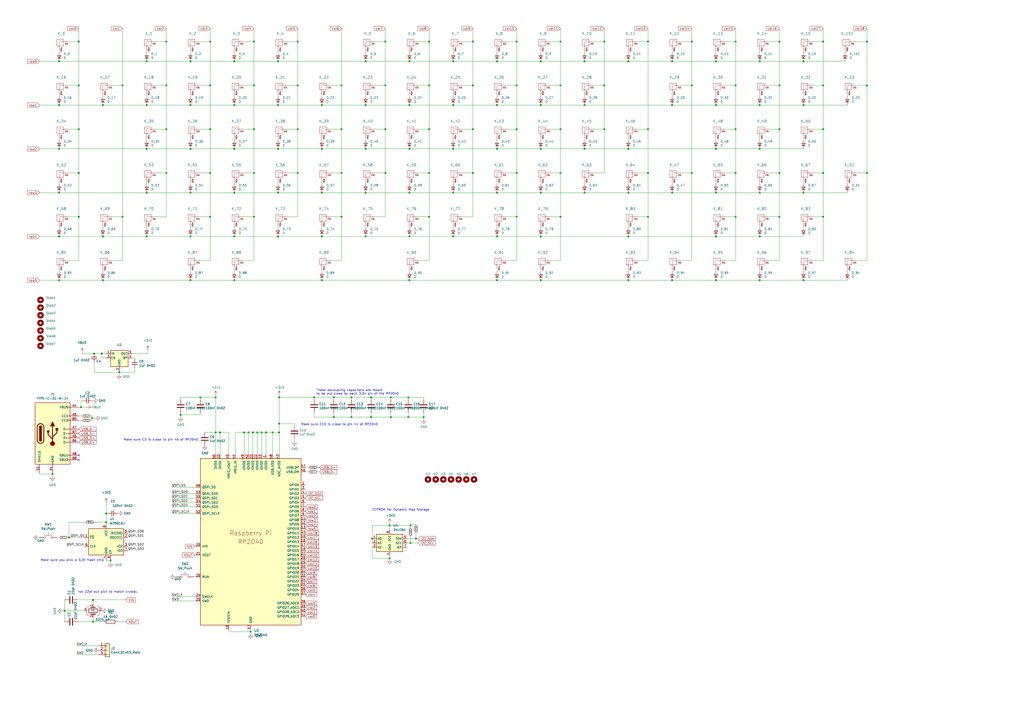
<source format=kicad_sch>
(kicad_sch (version 20211123) (generator eeschema)
  (paper "A2")
  (junction (at 45.72 24.13))
  (junction (at 223.52 49.53))
  (junction (at 59.69 137.16))
  (junction (at 96.52 49.53))
  (junction (at 30.48 274.955))
  (junction (at 85.09 111.76))
  (junction (at 135.89 86.36))
  (junction (at 477.52 49.53))
  (junction (at 226.06 323.85))
  (junction (at 34.29 60.96))
  (junction (at 477.52 74.93))
  (junction (at 110.49 86.36))
  (junction (at 288.29 137.16))
  (junction (at 135.89 137.16))
  (junction (at 53.975 360.68))
  (junction (at 135.89 60.96))
  (junction (at 34.29 35.56))
  (junction (at 121.92 24.13))
  (junction (at 45.72 74.93))
  (junction (at 161.29 35.56))
  (junction (at 53.34 242.57))
  (junction (at 161.29 60.96))
  (junction (at 237.49 86.36))
  (junction (at 325.12 125.73))
  (junction (at 34.29 162.56))
  (junction (at 288.29 111.76))
  (junction (at 452.12 100.33))
  (junction (at 172.72 24.13))
  (junction (at 172.72 100.33))
  (junction (at 110.49 111.76))
  (junction (at 186.69 60.96))
  (junction (at 110.49 162.56))
  (junction (at 313.69 86.36))
  (junction (at 193.675 230.505))
  (junction (at 127.635 250.825))
  (junction (at 172.72 74.93))
  (junction (at 96.52 24.13))
  (junction (at 262.89 35.56))
  (junction (at 248.92 100.33))
  (junction (at 144.145 250.825))
  (junction (at 466.09 35.56))
  (junction (at 61.595 302.895))
  (junction (at 215.265 241.935))
  (junction (at 440.69 111.76))
  (junction (at 274.32 74.93))
  (junction (at 61.595 297.815))
  (junction (at 110.49 137.16))
  (junction (at 135.89 35.56))
  (junction (at 299.72 74.93))
  (junction (at 262.89 60.96))
  (junction (at 375.92 24.13))
  (junction (at 237.49 35.56))
  (junction (at 477.52 125.73))
  (junction (at 147.32 49.53))
  (junction (at 96.52 74.93))
  (junction (at 151.765 250.825))
  (junction (at 145.415 366.395))
  (junction (at 375.92 125.73))
  (junction (at 186.69 86.36))
  (junction (at 415.29 35.56))
  (junction (at 389.89 35.56))
  (junction (at 466.09 60.96))
  (junction (at 186.69 111.76))
  (junction (at 71.12 125.73))
  (junction (at 223.52 24.13))
  (junction (at 161.29 137.16))
  (junction (at 226.06 304.8))
  (junction (at 64.135 325.12))
  (junction (at 212.09 60.96))
  (junction (at 415.29 86.36))
  (junction (at 59.055 205.105))
  (junction (at 186.69 137.16))
  (junction (at 182.245 230.505))
  (junction (at 313.69 137.16))
  (junction (at 440.69 35.56))
  (junction (at 85.09 35.56))
  (junction (at 248.92 49.53))
  (junction (at 238.125 314.96))
  (junction (at 274.32 24.13))
  (junction (at 161.925 245.745))
  (junction (at 248.92 125.73))
  (junction (at 415.29 111.76))
  (junction (at 364.49 35.56))
  (junction (at 198.12 74.93))
  (junction (at 146.685 250.825))
  (junction (at 85.09 86.36))
  (junction (at 389.89 111.76))
  (junction (at 313.69 60.96))
  (junction (at 45.72 125.73))
  (junction (at 172.72 49.53))
  (junction (at 325.12 49.53))
  (junction (at 59.69 60.96))
  (junction (at 54.61 205.105))
  (junction (at 198.12 100.33))
  (junction (at 34.29 137.16))
  (junction (at 401.32 24.13))
  (junction (at 141.605 250.825))
  (junction (at 452.12 74.93))
  (junction (at 161.925 250.825))
  (junction (at 198.12 49.53))
  (junction (at 212.09 35.56))
  (junction (at 236.855 230.505))
  (junction (at 401.32 100.33))
  (junction (at 121.92 125.73))
  (junction (at 325.12 100.33))
  (junction (at 85.09 137.16))
  (junction (at 125.095 230.505))
  (junction (at 121.92 100.33))
  (junction (at 161.29 111.76))
  (junction (at 426.72 49.53))
  (junction (at 135.89 111.76))
  (junction (at 34.29 111.76))
  (junction (at 226.695 230.505))
  (junction (at 299.72 100.33))
  (junction (at 121.92 49.53))
  (junction (at 212.09 137.16))
  (junction (at 375.92 74.93))
  (junction (at 135.89 162.56))
  (junction (at 415.29 60.96))
  (junction (at 502.92 49.53))
  (junction (at 502.92 24.13))
  (junction (at 237.49 162.56))
  (junction (at 350.52 24.13))
  (junction (at 215.9 312.42))
  (junction (at 193.675 241.935))
  (junction (at 69.215 215.9))
  (junction (at 288.29 60.96))
  (junction (at 288.29 86.36))
  (junction (at 46.99 236.22))
  (junction (at 40.005 311.785))
  (junction (at 339.09 60.96))
  (junction (at 226.695 241.935))
  (junction (at 212.09 86.36))
  (junction (at 502.92 100.33))
  (junction (at 440.69 137.16))
  (junction (at 350.52 49.53))
  (junction (at 203.835 230.505))
  (junction (at 71.12 49.53))
  (junction (at 45.72 100.33))
  (junction (at 223.52 74.93))
  (junction (at 440.69 162.56))
  (junction (at 426.72 100.33))
  (junction (at 299.72 24.13))
  (junction (at 147.32 100.33))
  (junction (at 96.52 100.33))
  (junction (at 274.32 100.33))
  (junction (at 223.52 100.33))
  (junction (at 248.92 74.93))
  (junction (at 339.09 86.36))
  (junction (at 158.115 250.825))
  (junction (at 375.92 100.33))
  (junction (at 440.69 86.36))
  (junction (at 104.775 240.665))
  (junction (at 212.09 111.76))
  (junction (at 364.49 111.76))
  (junction (at 477.52 100.33))
  (junction (at 452.12 24.13))
  (junction (at 466.09 111.76))
  (junction (at 186.69 162.56))
  (junction (at 313.69 35.56))
  (junction (at 116.205 230.505))
  (junction (at 325.12 74.93))
  (junction (at 161.29 86.36))
  (junction (at 274.32 49.53))
  (junction (at 415.29 162.56))
  (junction (at 53.975 347.98))
  (junction (at 325.12 24.13))
  (junction (at 147.32 24.13))
  (junction (at 452.12 125.73))
  (junction (at 237.49 137.16))
  (junction (at 198.12 125.73))
  (junction (at 45.72 49.53))
  (junction (at 161.925 230.505))
  (junction (at 149.225 250.825))
  (junction (at 426.72 24.13))
  (junction (at 37.465 354.33))
  (junction (at 262.89 111.76))
  (junction (at 262.89 86.36))
  (junction (at 299.72 49.53))
  (junction (at 364.49 86.36))
  (junction (at 288.29 162.56))
  (junction (at 215.265 230.505))
  (junction (at 248.92 24.13))
  (junction (at 364.49 162.56))
  (junction (at 237.49 60.96))
  (junction (at 237.49 111.76))
  (junction (at 313.69 111.76))
  (junction (at 147.32 74.93))
  (junction (at 339.09 111.76))
  (junction (at 440.69 60.96))
  (junction (at 426.72 125.73))
  (junction (at 125.095 250.825))
  (junction (at 350.52 74.93))
  (junction (at 34.29 86.36))
  (junction (at 339.09 35.56))
  (junction (at 238.125 304.8))
  (junction (at 313.69 162.56))
  (junction (at 110.49 60.96))
  (junction (at 299.72 125.73))
  (junction (at 110.49 35.56))
  (junction (at 452.12 49.53))
  (junction (at 245.745 241.935))
  (junction (at 477.52 24.13))
  (junction (at 364.49 137.16))
  (junction (at 147.32 125.73))
  (junction (at 401.32 49.53))
  (junction (at 121.92 74.93))
  (junction (at 241.3 312.42))
  (junction (at 203.835 241.935))
  (junction (at 262.89 137.16))
  (junction (at 426.72 74.93))
  (junction (at 154.305 250.825))
  (junction (at 389.89 60.96))
  (junction (at 466.09 162.56))
  (junction (at 288.29 35.56))
  (junction (at 389.89 162.56))
  (junction (at 415.29 137.16))
  (junction (at 85.09 60.96))
  (junction (at 236.855 241.935))
  (junction (at 59.69 162.56))
  (no_connect (at 45.72 264.16))
  (no_connect (at 45.72 266.7))
  (wire (pts (xy 115.57 49.53) (xy 121.92 49.53)))
  (wire (pts (xy 426.72 125.73) (xy 426.72 100.33)))
  (wire (pts (xy 170.815 254.635) (xy 170.815 255.905)))
  (wire (pts (xy 212.09 60.96) (xy 237.49 60.96)))
  (wire (pts (xy 54.61 302.895) (xy 61.595 302.895)))
  (wire (pts (xy 145.415 366.395) (xy 145.415 367.665)))
  (wire (pts (xy 375.92 151.13) (xy 375.92 125.73)))
  (wire (pts (xy 288.29 130.81) (xy 288.29 132.08)))
  (wire (pts (xy 262.89 80.01) (xy 262.89 81.28)))
  (wire (pts (xy 238.125 304.165) (xy 241.3 304.165)))
  (wire (pts (xy 186.69 86.36) (xy 212.09 86.36)))
  (wire (pts (xy 154.305 250.825) (xy 154.305 263.525)))
  (wire (pts (xy 104.775 240.665) (xy 104.775 241.935)))
  (wire (pts (xy 135.89 162.56) (xy 186.69 162.56)))
  (wire (pts (xy 52.705 243.84) (xy 53.34 243.84)))
  (wire (pts (xy 415.29 54.61) (xy 415.29 55.88)))
  (wire (pts (xy 147.32 74.93) (xy 147.32 49.53)))
  (wire (pts (xy 161.29 60.96) (xy 186.69 60.96)))
  (wire (pts (xy 90.17 24.13) (xy 96.52 24.13)))
  (wire (pts (xy 415.29 60.96) (xy 440.69 60.96)))
  (wire (pts (xy 452.12 24.13) (xy 452.12 49.53)))
  (wire (pts (xy 191.77 49.53) (xy 198.12 49.53)))
  (wire (pts (xy 267.97 100.33) (xy 274.32 100.33)))
  (wire (pts (xy 445.77 24.13) (xy 452.12 24.13)))
  (wire (pts (xy 242.57 125.73) (xy 248.92 125.73)))
  (wire (pts (xy 166.37 74.93) (xy 172.72 74.93)))
  (wire (pts (xy 288.29 29.21) (xy 288.29 30.48)))
  (wire (pts (xy 440.69 105.41) (xy 440.69 106.68)))
  (wire (pts (xy 34.29 162.56) (xy 59.69 162.56)))
  (wire (pts (xy 172.72 125.73) (xy 172.72 100.33)))
  (wire (pts (xy 64.135 325.12) (xy 61.595 325.12)))
  (wire (pts (xy 502.92 100.33) (xy 502.92 49.53)))
  (wire (pts (xy 34.29 29.21) (xy 34.29 30.48)))
  (wire (pts (xy 99.695 288.925) (xy 113.665 288.925)))
  (wire (pts (xy 161.29 105.41) (xy 161.29 106.68)))
  (wire (pts (xy 48.26 232.41) (xy 46.99 232.41)))
  (wire (pts (xy 45.72 151.13) (xy 45.72 125.73)))
  (wire (pts (xy 299.72 24.13) (xy 299.72 49.53)))
  (wire (pts (xy 325.12 100.33) (xy 325.12 74.93)))
  (wire (pts (xy 262.89 29.21) (xy 262.89 30.48)))
  (wire (pts (xy 262.89 130.81) (xy 262.89 132.08)))
  (wire (pts (xy 34.29 105.41) (xy 34.29 106.68)))
  (wire (pts (xy 121.92 100.33) (xy 121.92 74.93)))
  (wire (pts (xy 299.72 151.13) (xy 299.72 125.73)))
  (wire (pts (xy 318.77 49.53) (xy 325.12 49.53)))
  (wire (pts (xy 223.52 16.51) (xy 223.52 24.13)))
  (wire (pts (xy 151.765 250.825) (xy 154.305 250.825)))
  (wire (pts (xy 34.29 111.76) (xy 85.09 111.76)))
  (wire (pts (xy 136.525 250.825) (xy 141.605 250.825)))
  (wire (pts (xy 40.005 302.895) (xy 40.005 311.785)))
  (wire (pts (xy 121.92 16.51) (xy 121.92 24.13)))
  (wire (pts (xy 110.49 162.56) (xy 135.89 162.56)))
  (wire (pts (xy 172.72 24.13) (xy 172.72 49.53)))
  (wire (pts (xy 85.09 86.36) (xy 110.49 86.36)))
  (wire (pts (xy 236.855 241.935) (xy 226.695 241.935)))
  (wire (pts (xy 248.92 125.73) (xy 248.92 100.33)))
  (wire (pts (xy 182.245 239.395) (xy 182.245 241.935)))
  (wire (pts (xy 452.12 100.33) (xy 452.12 74.93)))
  (wire (pts (xy 45.72 125.73) (xy 45.72 100.33)))
  (wire (pts (xy 85.09 35.56) (xy 110.49 35.56)))
  (wire (pts (xy 185.42 273.685) (xy 184.15 273.685)))
  (wire (pts (xy 440.69 111.76) (xy 466.09 111.76)))
  (wire (pts (xy 141.605 263.525) (xy 141.605 250.825)))
  (wire (pts (xy 125.095 229.235) (xy 125.095 230.505)))
  (wire (pts (xy 104.775 230.505) (xy 116.205 230.505)))
  (wire (pts (xy 217.17 24.13) (xy 223.52 24.13)))
  (wire (pts (xy 471.17 125.73) (xy 477.52 125.73)))
  (wire (pts (xy 64.77 49.53) (xy 71.12 49.53)))
  (wire (pts (xy 415.29 137.16) (xy 440.69 137.16)))
  (wire (pts (xy 215.265 239.395) (xy 215.265 241.935)))
  (wire (pts (xy 236.855 239.395) (xy 236.855 241.935)))
  (wire (pts (xy 445.77 74.93) (xy 452.12 74.93)))
  (wire (pts (xy 110.49 54.61) (xy 110.49 55.88)))
  (wire (pts (xy 369.57 151.13) (xy 375.92 151.13)))
  (wire (pts (xy 375.92 24.13) (xy 375.92 74.93)))
  (wire (pts (xy 198.12 16.51) (xy 198.12 49.53)))
  (wire (pts (xy 132.715 263.525) (xy 132.715 250.825)))
  (wire (pts (xy 477.52 151.13) (xy 477.52 125.73)))
  (wire (pts (xy 85.09 137.16) (xy 110.49 137.16)))
  (wire (pts (xy 69.215 215.9) (xy 78.105 215.9)))
  (wire (pts (xy 339.09 80.01) (xy 339.09 81.28)))
  (wire (pts (xy 293.37 74.93) (xy 299.72 74.93)))
  (wire (pts (xy 299.72 74.93) (xy 299.72 49.53)))
  (wire (pts (xy 40.005 311.785) (xy 48.895 311.785)))
  (wire (pts (xy 85.09 60.96) (xy 110.49 60.96)))
  (wire (pts (xy 293.37 151.13) (xy 299.72 151.13)))
  (wire (pts (xy 78.105 207.645) (xy 78.105 208.28)))
  (wire (pts (xy 85.09 130.81) (xy 85.09 132.08)))
  (wire (pts (xy 293.37 125.73) (xy 299.72 125.73)))
  (wire (pts (xy 389.89 60.96) (xy 415.29 60.96)))
  (wire (pts (xy 466.09 130.81) (xy 466.09 132.08)))
  (wire (pts (xy 76.835 207.645) (xy 78.105 207.645)))
  (wire (pts (xy 71.12 16.51) (xy 71.12 49.53)))
  (wire (pts (xy 212.09 105.41) (xy 212.09 106.68)))
  (wire (pts (xy 115.57 151.13) (xy 121.92 151.13)))
  (wire (pts (xy 212.09 130.81) (xy 212.09 132.08)))
  (wire (pts (xy 293.37 24.13) (xy 299.72 24.13)))
  (wire (pts (xy 39.37 151.13) (xy 45.72 151.13)))
  (wire (pts (xy 452.12 16.51) (xy 452.12 24.13)))
  (wire (pts (xy 226.695 231.775) (xy 226.695 230.505)))
  (wire (pts (xy 440.69 86.36) (xy 466.09 86.36)))
  (wire (pts (xy 325.12 24.13) (xy 325.12 49.53)))
  (wire (pts (xy 466.09 111.76) (xy 491.49 111.76)))
  (wire (pts (xy 236.855 230.505) (xy 245.745 230.505)))
  (wire (pts (xy 350.52 100.33) (xy 350.52 74.93)))
  (wire (pts (xy 226.06 303.53) (xy 226.06 304.8)))
  (wire (pts (xy 415.29 156.21) (xy 415.29 157.48)))
  (wire (pts (xy 491.49 54.61) (xy 491.49 55.88)))
  (wire (pts (xy 90.17 74.93) (xy 96.52 74.93)))
  (wire (pts (xy 64.77 125.73) (xy 71.12 125.73)))
  (wire (pts (xy 90.17 125.73) (xy 96.52 125.73)))
  (wire (pts (xy 288.29 80.01) (xy 288.29 81.28)))
  (wire (pts (xy 238.125 314.96) (xy 242.57 314.96)))
  (wire (pts (xy 47.625 205.105) (xy 47.625 204.47)))
  (wire (pts (xy 217.17 125.73) (xy 223.52 125.73)))
  (wire (pts (xy 166.37 100.33) (xy 172.72 100.33)))
  (wire (pts (xy 61.595 302.895) (xy 61.595 304.165)))
  (wire (pts (xy 90.17 100.33) (xy 96.52 100.33)))
  (wire (pts (xy 34.29 137.16) (xy 59.69 137.16)))
  (wire (pts (xy 96.52 100.33) (xy 96.52 74.93)))
  (wire (pts (xy 99.695 286.385) (xy 113.665 286.385)))
  (wire (pts (xy 161.29 111.76) (xy 186.69 111.76)))
  (wire (pts (xy 325.12 151.13) (xy 325.12 125.73)))
  (wire (pts (xy 212.09 137.16) (xy 237.49 137.16)))
  (wire (pts (xy 226.06 323.85) (xy 226.06 322.58)))
  (wire (pts (xy 146.685 250.825) (xy 149.225 250.825)))
  (wire (pts (xy 45.72 236.22) (xy 46.99 236.22)))
  (wire (pts (xy 375.92 125.73) (xy 375.92 100.33)))
  (wire (pts (xy 262.89 60.96) (xy 288.29 60.96)))
  (wire (pts (xy 236.22 312.42) (xy 241.3 312.42)))
  (wire (pts (xy 364.49 35.56) (xy 389.89 35.56)))
  (wire (pts (xy 182.245 230.505) (xy 193.675 230.505)))
  (wire (pts (xy 223.52 125.73) (xy 223.52 100.33)))
  (wire (pts (xy 401.32 16.51) (xy 401.32 24.13)))
  (wire (pts (xy 238.125 311.15) (xy 238.125 314.96)))
  (wire (pts (xy 127.635 263.525) (xy 127.635 250.825)))
  (wire (pts (xy 85.725 205.105) (xy 76.835 205.105)))
  (wire (pts (xy 215.265 231.775) (xy 215.265 230.505)))
  (wire (pts (xy 288.29 137.16) (xy 313.69 137.16)))
  (wire (pts (xy 369.57 125.73) (xy 375.92 125.73)))
  (wire (pts (xy 452.12 151.13) (xy 452.12 125.73)))
  (wire (pts (xy 37.465 360.68) (xy 37.465 354.33)))
  (wire (pts (xy 149.225 250.825) (xy 151.765 250.825)))
  (wire (pts (xy 274.32 125.73) (xy 274.32 100.33)))
  (wire (pts (xy 45.72 241.3) (xy 47.625 241.3)))
  (wire (pts (xy 426.72 74.93) (xy 426.72 49.53)))
  (wire (pts (xy 325.12 74.93) (xy 325.12 49.53)))
  (wire (pts (xy 350.52 24.13) (xy 350.52 49.53)))
  (wire (pts (xy 186.69 156.21) (xy 186.69 157.48)))
  (wire (pts (xy 242.57 24.13) (xy 248.92 24.13)))
  (wire (pts (xy 140.97 100.33) (xy 147.32 100.33)))
  (wire (pts (xy 127.635 250.825) (xy 125.095 250.825)))
  (wire (pts (xy 140.97 74.93) (xy 147.32 74.93)))
  (wire (pts (xy 452.12 74.93) (xy 452.12 49.53)))
  (wire (pts (xy 125.095 230.505) (xy 125.095 250.825)))
  (wire (pts (xy 440.69 137.16) (xy 466.09 137.16)))
  (wire (pts (xy 182.245 241.935) (xy 193.675 241.935)))
  (wire (pts (xy 53.34 242.57) (xy 55.245 242.57)))
  (wire (pts (xy 215.265 230.505) (xy 226.695 230.505)))
  (wire (pts (xy 502.92 151.13) (xy 502.92 100.33)))
  (wire (pts (xy 415.29 111.76) (xy 440.69 111.76)))
  (wire (pts (xy 313.69 54.61) (xy 313.69 55.88)))
  (wire (pts (xy 495.3 24.13) (xy 502.92 24.13)))
  (wire (pts (xy 267.97 74.93) (xy 274.32 74.93)))
  (wire (pts (xy 193.675 231.775) (xy 193.675 230.505)))
  (wire (pts (xy 96.52 74.93) (xy 96.52 49.53)))
  (wire (pts (xy 313.69 156.21) (xy 313.69 157.48)))
  (wire (pts (xy 90.17 49.53) (xy 96.52 49.53)))
  (wire (pts (xy 115.57 125.73) (xy 121.92 125.73)))
  (wire (pts (xy 440.69 60.96) (xy 466.09 60.96)))
  (wire (pts (xy 339.09 111.76) (xy 364.49 111.76)))
  (wire (pts (xy 226.06 304.8) (xy 226.06 307.34)))
  (wire (pts (xy 52.705 241.3) (xy 53.34 241.3)))
  (wire (pts (xy 135.89 105.41) (xy 135.89 106.68)))
  (wire (pts (xy 440.69 156.21) (xy 440.69 157.48)))
  (wire (pts (xy 112.395 334.645) (xy 113.665 334.645)))
  (wire (pts (xy 389.89 156.21) (xy 389.89 157.48)))
  (wire (pts (xy 34.29 35.56) (xy 85.09 35.56)))
  (wire (pts (xy 491.49 156.21) (xy 491.49 157.48)))
  (wire (pts (xy 288.29 111.76) (xy 313.69 111.76)))
  (wire (pts (xy 466.09 105.41) (xy 466.09 106.68)))
  (wire (pts (xy 245.745 239.395) (xy 245.745 241.935)))
  (wire (pts (xy 262.89 54.61) (xy 262.89 55.88)))
  (wire (pts (xy 203.835 230.505) (xy 215.265 230.505)))
  (wire (pts (xy 145.415 365.125) (xy 145.415 366.395)))
  (wire (pts (xy 116.205 230.505) (xy 125.095 230.505)))
  (wire (pts (xy 325.12 16.51) (xy 325.12 24.13)))
  (wire (pts (xy 144.145 250.825) (xy 146.685 250.825)))
  (wire (pts (xy 226.06 324.485) (xy 226.06 323.85)))
  (wire (pts (xy 389.89 54.61) (xy 389.89 55.88)))
  (wire (pts (xy 132.715 365.125) (xy 132.715 366.395)))
  (wire (pts (xy 288.29 60.96) (xy 313.69 60.96)))
  (wire (pts (xy 146.685 263.525) (xy 146.685 250.825)))
  (wire (pts (xy 440.69 29.21) (xy 440.69 30.48)))
  (wire (pts (xy 369.57 24.13) (xy 375.92 24.13)))
  (wire (pts (xy 401.32 24.13) (xy 401.32 49.53)))
  (wire (pts (xy 115.57 24.13) (xy 121.92 24.13)))
  (wire (pts (xy 22.86 86.36) (xy 34.29 86.36)))
  (wire (pts (xy 161.925 230.505) (xy 161.925 245.745)))
  (wire (pts (xy 420.37 49.53) (xy 426.72 49.53)))
  (wire (pts (xy 245.745 243.205) (xy 245.745 241.935)))
  (wire (pts (xy 149.225 263.525) (xy 149.225 250.825)))
  (wire (pts (xy 64.135 325.12) (xy 64.135 326.39)))
  (wire (pts (xy 161.925 245.745) (xy 170.815 245.745)))
  (wire (pts (xy 59.69 162.56) (xy 110.49 162.56)))
  (wire (pts (xy 161.29 130.81) (xy 161.29 132.08)))
  (wire (pts (xy 37.465 354.33) (xy 36.195 354.33)))
  (wire (pts (xy 198.12 151.13) (xy 198.12 125.73)))
  (wire (pts (xy 22.86 60.96) (xy 34.29 60.96)))
  (wire (pts (xy 172.72 16.51) (xy 172.72 24.13)))
  (wire (pts (xy 121.92 24.13) (xy 121.92 49.53)))
  (wire (pts (xy 267.97 24.13) (xy 274.32 24.13)))
  (wire (pts (xy 30.48 274.955) (xy 30.48 276.225)))
  (wire (pts (xy 389.89 35.56) (xy 415.29 35.56)))
  (wire (pts (xy 440.69 130.81) (xy 440.69 132.08)))
  (wire (pts (xy 39.37 311.785) (xy 40.005 311.785)))
  (wire (pts (xy 182.245 231.775) (xy 182.245 230.505)))
  (wire (pts (xy 135.89 137.16) (xy 161.29 137.16)))
  (wire (pts (xy 110.49 60.96) (xy 135.89 60.96)))
  (wire (pts (xy 193.675 241.935) (xy 203.835 241.935)))
  (wire (pts (xy 39.37 74.93) (xy 45.72 74.93)))
  (wire (pts (xy 116.205 231.775) (xy 116.205 230.505)))
  (wire (pts (xy 39.37 100.33) (xy 45.72 100.33)))
  (wire (pts (xy 59.69 54.61) (xy 59.69 55.88)))
  (wire (pts (xy 135.89 111.76) (xy 161.29 111.76)))
  (wire (pts (xy 135.89 130.81) (xy 135.89 132.08)))
  (wire (pts (xy 154.305 250.825) (xy 158.115 250.825)))
  (wire (pts (xy 415.29 86.36) (xy 440.69 86.36)))
  (wire (pts (xy 161.29 80.01) (xy 161.29 81.28)))
  (wire (pts (xy 274.32 74.93) (xy 274.32 49.53)))
  (wire (pts (xy 34.29 60.96) (xy 59.69 60.96)))
  (wire (pts (xy 288.29 54.61) (xy 288.29 55.88)))
  (wire (pts (xy 339.09 35.56) (xy 364.49 35.56)))
  (wire (pts (xy 215.9 317.5) (xy 215.9 323.85)))
  (wire (pts (xy 238.125 304.8) (xy 238.125 306.07)))
  (wire (pts (xy 262.89 137.16) (xy 288.29 137.16)))
  (wire (pts (xy 477.52 74.93) (xy 477.52 49.53)))
  (wire (pts (xy 415.29 105.41) (xy 415.29 106.68)))
  (wire (pts (xy 248.92 151.13) (xy 248.92 125.73)))
  (wire (pts (xy 452.12 125.73) (xy 452.12 100.33)))
  (wire (pts (xy 313.69 130.81) (xy 313.69 132.08)))
  (wire (pts (xy 440.69 162.56) (xy 466.09 162.56)))
  (wire (pts (xy 135.89 29.21) (xy 135.89 30.48)))
  (wire (pts (xy 267.97 49.53) (xy 274.32 49.53)))
  (wire (pts (xy 364.49 111.76) (xy 389.89 111.76)))
  (wire (pts (xy 132.715 250.825) (xy 127.635 250.825)))
  (wire (pts (xy 274.32 24.13) (xy 274.32 49.53)))
  (wire (pts (xy 212.09 54.61) (xy 212.09 55.88)))
  (wire (pts (xy 186.69 137.16) (xy 212.09 137.16)))
  (wire (pts (xy 85.09 54.61) (xy 85.09 55.88)))
  (wire (pts (xy 237.49 80.01) (xy 237.49 81.28)))
  (wire (pts (xy 223.52 24.13) (xy 223.52 49.53)))
  (wire (pts (xy 64.135 324.485) (xy 64.135 325.12)))
  (wire (pts (xy 53.975 350.52) (xy 53.975 347.98)))
  (wire (pts (xy 242.57 151.13) (xy 248.92 151.13)))
  (wire (pts (xy 237.49 54.61) (xy 237.49 55.88)))
  (wire (pts (xy 415.29 162.56) (xy 440.69 162.56)))
  (wire (pts (xy 147.32 151.13) (xy 147.32 125.73)))
  (wire (pts (xy 46.99 236.22) (xy 50.165 236.22)))
  (wire (pts (xy 477.52 24.13) (xy 477.52 49.53)))
  (wire (pts (xy 179.07 273.685) (xy 177.165 273.685)))
  (wire (pts (xy 191.77 151.13) (xy 198.12 151.13)))
  (wire (pts (xy 440.69 80.01) (xy 440.69 81.28)))
  (wire (pts (xy 212.09 86.36) (xy 237.49 86.36)))
  (wire (pts (xy 426.72 16.51) (xy 426.72 24.13)))
  (wire (pts (xy 466.09 80.01) (xy 466.09 81.28)))
  (wire (pts (xy 318.77 74.93) (xy 325.12 74.93)))
  (wire (pts (xy 61.595 207.645) (xy 59.055 207.645)))
  (wire (pts (xy 299.72 100.33) (xy 299.72 74.93)))
  (wire (pts (xy 113.03 316.865) (xy 113.665 316.865)))
  (wire (pts (xy 339.09 86.36) (xy 364.49 86.36)))
  (wire (pts (xy 54.61 205.105) (xy 59.055 205.105)))
  (wire (pts (xy 110.49 130.81) (xy 110.49 132.08)))
  (wire (pts (xy 191.77 100.33) (xy 198.12 100.33)))
  (wire (pts (xy 288.29 156.21) (xy 288.29 157.48)))
  (wire (pts (xy 212.09 29.21) (xy 212.09 30.48)))
  (wire (pts (xy 350.52 16.51) (xy 350.52 24.13)))
  (wire (pts (xy 96.52 24.13) (xy 96.52 49.53)))
  (wire (pts (xy 203.835 239.395) (xy 203.835 241.935)))
  (wire (pts (xy 466.09 60.96) (xy 491.49 60.96)))
  (wire (pts (xy 313.69 137.16) (xy 364.49 137.16)))
  (wire (pts (xy 53.34 232.41) (xy 53.975 232.41)))
  (wire (pts (xy 34.29 54.61) (xy 34.29 55.88)))
  (wire (pts (xy 236.22 314.96) (xy 238.125 314.96)))
  (wire (pts (xy 198.12 100.33) (xy 198.12 74.93)))
  (wire (pts (xy 364.49 162.56) (xy 389.89 162.56)))
  (wire (pts (xy 67.945 297.815) (xy 68.58 297.815)))
  (wire (pts (xy 61.595 325.12) (xy 61.595 324.485)))
  (wire (pts (xy 389.89 162.56) (xy 415.29 162.56)))
  (wire (pts (xy 64.77 151.13) (xy 71.12 151.13)))
  (wire (pts (xy 96.52 125.73) (xy 96.52 100.33)))
  (wire (pts (xy 241.3 312.42) (xy 242.57 312.42)))
  (wire (pts (xy 496.57 100.33) (xy 502.92 100.33)))
  (wire (pts (xy 62.865 297.815) (xy 61.595 297.815)))
  (wire (pts (xy 212.09 80.01) (xy 212.09 81.28)))
  (wire (pts (xy 135.89 86.36) (xy 161.29 86.36)))
  (wire (pts (xy 104.775 240.665) (xy 116.205 240.665)))
  (wire (pts (xy 54.61 215.9) (xy 54.61 210.185)))
  (wire (pts (xy 113.665 346.075) (xy 99.695 346.075)))
  (wire (pts (xy 198.12 74.93) (xy 198.12 49.53)))
  (wire (pts (xy 147.32 16.51) (xy 147.32 24.13)))
  (wire (pts (xy 313.69 60.96) (xy 339.09 60.96)))
  (wire (pts (xy 22.86 35.56) (xy 34.29 35.56)))
  (wire (pts (xy 161.29 35.56) (xy 212.09 35.56)))
  (wire (pts (xy 191.77 74.93) (xy 198.12 74.93)))
  (wire (pts (xy 69.215 215.9) (xy 69.215 215.265)))
  (wire (pts (xy 110.49 156.21) (xy 110.49 157.48)))
  (wire (pts (xy 226.695 230.505) (xy 236.855 230.505)))
  (wire (pts (xy 217.17 100.33) (xy 223.52 100.33)))
  (wire (pts (xy 288.29 35.56) (xy 313.69 35.56)))
  (wire (pts (xy 241.3 309.245) (xy 241.3 312.42)))
  (wire (pts (xy 67.945 360.68) (xy 73.025 360.68)))
  (wire (pts (xy 45.72 16.51) (xy 45.72 24.13)))
  (wire (pts (xy 394.97 100.33) (xy 401.32 100.33)))
  (wire (pts (xy 502.92 16.51) (xy 502.92 24.13)))
  (wire (pts (xy 49.53 302.895) (xy 40.005 302.895)))
  (wire (pts (xy 53.975 360.68) (xy 53.975 358.14)))
  (wire (pts (xy 242.57 100.33) (xy 248.92 100.33)))
  (wire (pts (xy 166.37 125.73) (xy 172.72 125.73)))
  (wire (pts (xy 59.69 137.16) (xy 85.09 137.16)))
  (wire (pts (xy 135.89 60.96) (xy 161.29 60.96)))
  (wire (pts (xy 71.12 151.13) (xy 71.12 125.73)))
  (wire (pts (xy 215.265 241.935) (xy 203.835 241.935)))
  (wire (pts (xy 141.605 250.825) (xy 144.145 250.825)))
  (wire (pts (xy 477.52 125.73) (xy 477.52 100.33)))
  (wire (pts (xy 185.42 271.145) (xy 184.15 271.145)))
  (wire (pts (xy 78.105 213.36) (xy 78.105 215.9)))
  (wire (pts (xy 45.085 347.98) (xy 53.975 347.98)))
  (wire (pts (xy 53.34 241.3) (xy 53.34 242.57)))
  (wire (pts (xy 166.37 24.13) (xy 172.72 24.13)))
  (wire (pts (xy 262.89 86.36) (xy 288.29 86.36)))
  (wire (pts (xy 248.92 16.51) (xy 248.92 24.13)))
  (wire (pts (xy 420.37 151.13) (xy 426.72 151.13)))
  (wire (pts (xy 223.52 100.33) (xy 223.52 74.93)))
  (wire (pts (xy 369.57 100.33) (xy 375.92 100.33)))
  (wire (pts (xy 237.49 156.21) (xy 237.49 157.48)))
  (wire (pts (xy 288.29 105.41) (xy 288.29 106.68)))
  (wire (pts (xy 161.29 137.16) (xy 186.69 137.16)))
  (wire (pts (xy 30.48 274.32) (xy 30.48 274.955)))
  (wire (pts (xy 445.77 49.53) (xy 452.12 49.53)))
  (wire (pts (xy 426.72 100.33) (xy 426.72 74.93)))
  (wire (pts (xy 313.69 105.41) (xy 313.69 106.68)))
  (wire (pts (xy 61.595 291.465) (xy 61.595 297.815)))
  (wire (pts (xy 344.17 100.33) (xy 350.52 100.33)))
  (wire (pts (xy 318.77 125.73) (xy 325.12 125.73)))
  (wire (pts (xy 140.97 125.73) (xy 147.32 125.73)))
  (wire (pts (xy 496.57 49.53) (xy 502.92 49.53)))
  (wire (pts (xy 440.69 54.61) (xy 440.69 55.88)))
  (wire (pts (xy 318.77 151.13) (xy 325.12 151.13)))
  (wire (pts (xy 85.09 80.01) (xy 85.09 81.28)))
  (wire (pts (xy 226.06 304.8) (xy 238.125 304.8)))
  (wire (pts (xy 59.69 60.96) (xy 85.09 60.96)))
  (wire (pts (xy 69.215 217.17) (xy 69.215 215.9)))
  (wire (pts (xy 364.49 130.81) (xy 364.49 132.08)))
  (wire (pts (xy 471.17 74.93) (xy 477.52 74.93)))
  (wire (pts (xy 132.715 366.395) (xy 145.415 366.395)))
  (wire (pts (xy 313.69 162.56) (xy 364.49 162.56)))
  (wire (pts (xy 45.72 24.13) (xy 45.72 49.53)))
  (wire (pts (xy 262.89 111.76) (xy 288.29 111.76)))
  (wire (pts (xy 466.09 162.56) (xy 491.49 162.56)))
  (wire (pts (xy 53.975 347.98) (xy 73.025 347.98)))
  (wire (pts (xy 394.97 49.53) (xy 401.32 49.53)))
  (wire (pts (xy 61.595 297.815) (xy 61.595 302.895)))
  (wire (pts (xy 34.29 80.01) (xy 34.29 81.28)))
  (wire (pts (xy 445.77 151.13) (xy 452.12 151.13)))
  (wire (pts (xy 54.61 215.9) (xy 69.215 215.9)))
  (wire (pts (xy 466.09 54.61) (xy 466.09 55.88)))
  (wire (pts (xy 39.37 24.13) (xy 45.72 24.13)))
  (wire (pts (xy 110.49 35.56) (xy 135.89 35.56)))
  (wire (pts (xy 110.49 86.36) (xy 135.89 86.36)))
  (wire (pts (xy 110.49 105.41) (xy 110.49 106.68)))
  (wire (pts (xy 45.72 100.33) (xy 45.72 74.93)))
  (wire (pts (xy 186.69 60.96) (xy 212.09 60.96)))
  (wire (pts (xy 339.09 60.96) (xy 389.89 60.96)))
  (wire (pts (xy 415.29 130.81) (xy 415.29 132.08)))
  (wire (pts (xy 245.745 230.505) (xy 245.745 231.775)))
  (wire (pts (xy 471.17 49.53) (xy 477.52 49.53)))
  (wire (pts (xy 491.49 105.41) (xy 491.49 106.68)))
  (wire (pts (xy 420.37 24.13) (xy 426.72 24.13)))
  (wire (pts (xy 170.815 247.015) (xy 170.815 245.745)))
  (wire (pts (xy 466.09 35.56) (xy 490.22 35.56)))
  (wire (pts (xy 121.92 125.73) (xy 121.92 100.33)))
  (wire (pts (xy 215.9 304.8) (xy 215.9 312.42)))
  (wire (pts (xy 113.665 282.575) (xy 99.695 282.575)))
  (wire (pts (xy 115.57 100.33) (xy 121.92 100.33)))
  (wire (pts (xy 389.89 29.21) (xy 389.89 30.48)))
  (wire (pts (xy 364.49 29.21) (xy 364.49 30.48)))
  (wire (pts (xy 502.92 24.13) (xy 502.92 49.53)))
  (wire (pts (xy 262.89 105.41) (xy 262.89 106.68)))
  (wire (pts (xy 471.17 151.13) (xy 477.52 151.13)))
  (wire (pts (xy 172.72 100.33) (xy 172.72 74.93)))
  (wire (pts (xy 217.17 49.53) (xy 223.52 49.53)))
  (wire (pts (xy 339.09 29.21) (xy 339.09 30.48)))
  (wire (pts (xy 226.06 304.8) (xy 215.9 304.8)))
  (wire (pts (xy 420.37 125.73) (xy 426.72 125.73)))
  (wire (pts (xy 318.77 100.33) (xy 325.12 100.33)))
  (wire (pts (xy 313.69 29.21) (xy 313.69 30.48)))
  (wire (pts (xy 85.725 203.2) (xy 85.725 205.105)))
  (wire (pts (xy 389.89 105.41) (xy 389.89 106.68)))
  (wire (pts (xy 426.72 24.13) (xy 426.72 49.53)))
  (wire (pts (xy 135.89 156.21) (xy 135.89 157.48)))
  (wire (pts (xy 389.89 111.76) (xy 415.29 111.76)))
  (wire (pts (xy 33.02 311.785) (xy 34.29 311.785)))
  (wire (pts (xy 136.525 263.525) (xy 136.525 250.825)))
  (wire (pts (xy 215.9 323.85) (xy 226.06 323.85)))
  (wire (pts (xy 47.625 205.105) (xy 54.61 205.105)))
  (wire (pts (xy 477.52 100.33) (xy 477.52 74.93)))
  (wire (pts (xy 242.57 74.93) (xy 248.92 74.93)))
  (wire (pts (xy 45.72 74.93) (xy 45.72 49.53)))
  (wire (pts (xy 161.29 54.61) (xy 161.29 55.88)))
  (wire (pts (xy 144.145 263.525) (xy 144.145 250.825)))
  (wire (pts (xy 471.17 24.13) (xy 477.52 24.13)))
  (wire (pts (xy 22.86 111.76) (xy 34.29 111.76)))
  (wire (pts (xy 344.17 74.93) (xy 350.52 74.93)))
  (wire (pts (xy 45.72 243.84) (xy 47.625 243.84)))
  (wire (pts (xy 426.72 151.13) (xy 426.72 125.73)))
  (wire (pts (xy 104.775 231.775) (xy 104.775 230.505)))
  (wire (pts (xy 466.09 29.21) (xy 466.09 30.48)))
  (wire (pts (xy 215.9 312.42) (xy 215.9 314.96)))
  (wire (pts (xy 364.49 80.01) (xy 364.49 81.28)))
  (wire (pts (xy 401.32 100.33) (xy 401.32 49.53)))
  (wire (pts (xy 121.92 74.93) (xy 121.92 49.53)))
  (wire (pts (xy 140.97 49.53) (xy 147.32 49.53)))
  (wire (pts (xy 99.695 291.465) (xy 113.665 291.465)))
  (wire (pts (xy 179.07 271.145) (xy 177.165 271.145)))
  (wire (pts (xy 161.29 29.21) (xy 161.29 30.48)))
  (wire (pts (xy 53.975 360.68) (xy 45.085 360.68)))
  (wire (pts (xy 22.86 274.955) (xy 30.48 274.955)))
  (wire (pts (xy 191.77 125.73) (xy 198.12 125.73)))
  (wire (pts (xy 34.29 86.36) (xy 85.09 86.36)))
  (wire (pts (xy 344.17 49.53) (xy 350.52 49.53)))
  (wire (pts (xy 166.37 49.53) (xy 172.72 49.53)))
  (wire (pts (xy 85.09 111.76) (xy 110.49 111.76)))
  (wire (pts (xy 34.29 156.21) (xy 34.29 157.48)))
  (wire (pts (xy 288.29 86.36) (xy 313.69 86.36)))
  (wire (pts (xy 46.99 232.41) (xy 46.99 236.22)))
  (wire (pts (xy 394.97 24.13) (xy 401.32 24.13)))
  (wire (pts (xy 236.855 241.935) (xy 245.745 241.935)))
  (wire (pts (xy 110.49 111.76) (xy 135.89 111.76)))
  (wire (pts (xy 186.69 105.41) (xy 186.69 106.68)))
  (wire (pts (xy 85.09 105.41) (xy 85.09 106.68)))
  (wire (pts (xy 147.32 100.33) (xy 147.32 74.93)))
  (wire (pts (xy 420.37 100.33) (xy 426.72 100.33)))
  (wire (pts (xy 466.09 156.21) (xy 466.09 157.48)))
  (wire (pts (xy 299.72 16.51) (xy 299.72 24.13)))
  (wire (pts (xy 59.69 156.21) (xy 59.69 157.48)))
  (wire (pts (xy 248.92 100.33) (xy 248.92 74.93)))
  (wire (pts (xy 274.32 100.33) (xy 274.32 74.93)))
  (wire (pts (xy 339.09 54.61) (xy 339.09 55.88)))
  (wire (pts (xy 115.57 74.93) (xy 121.92 74.93)))
  (wire (pts (xy 22.86 162.56) (xy 34.29 162.56)))
  (wire (pts (xy 140.97 24.13) (xy 147.32 24.13)))
  (wire (pts (xy 248.92 24.13) (xy 248.92 49.53)))
  (wire (pts (xy 39.37 125.73) (xy 45.72 125.73)))
  (wire (pts (xy 226.695 241.935) (xy 215.265 241.935)))
  (wire (pts (xy 125.095 250.825) (xy 118.745 250.825)))
  (wire (pts (xy 344.17 24.13) (xy 350.52 24.13)))
  (wire (pts (xy 110.49 29.21) (xy 110.49 30.48)))
  (wire (pts (xy 477.52 16.51) (xy 477.52 24.13)))
  (wire (pts (xy 299.72 125.73) (xy 299.72 100.33)))
  (wire (pts (xy 248.92 74.93) (xy 248.92 49.53)))
  (wire (pts (xy 242.57 49.53) (xy 248.92 49.53)))
  (wire (pts (xy 44.45 379.73) (xy 57.15 379.73)))
  (wire (pts (xy 96.52 16.51) (xy 96.52 24.13)))
  (wire (pts (xy 212.09 35.56) (xy 237.49 35.56)))
  (wire (pts (xy 313.69 111.76) (xy 339.09 111.76)))
  (wire (pts (xy 135.89 35.56) (xy 161.29 35.56)))
  (wire (pts (xy 104.775 239.395) (xy 104.775 240.665)))
  (wire (pts (xy 350.52 74.93) (xy 350.52 49.53)))
  (wire (pts (xy 237.49 130.81) (xy 237.49 132.08)))
  (wire (pts (xy 158.115 250.825) (xy 161.925 250.825)))
  (wire (pts (xy 85.09 29.21) (xy 85.09 30.48)))
  (wire (pts (xy 186.69 130.81) (xy 186.69 132.08)))
  (wire (pts (xy 161.925 245.745) (xy 161.925 250.825)))
  (wire (pts (xy 151.765 263.525) (xy 151.765 250.825)))
  (wire (pts (xy 445.77 100.33) (xy 452.12 100.33)))
  (wire (pts (xy 237.49 162.56) (xy 288.29 162.56)))
  (wire (pts (xy 22.86 137.16) (xy 34.29 137.16)))
  (wire (pts (xy 60.325 360.68) (xy 53.975 360.68)))
  (wire (pts (xy 237.49 35.56) (xy 262.89 35.56)))
  (wire (pts (xy 110.49 137.16) (xy 135.89 137.16)))
  (wire (pts (xy 22.86 274.32) (xy 22.86 274.955)))
  (wire (pts (xy 59.055 205.105) (xy 61.595 205.105)))
  (wire (pts (xy 147.32 24.13) (xy 147.32 49.53)))
  (wire (pts (xy 161.925 250.825) (xy 161.925 263.525)))
  (wire (pts (xy 318.77 24.13) (xy 325.12 24.13)))
  (wire (pts (xy 212.09 111.76) (xy 237.49 111.76)))
  (wire (pts (xy 59.69 130.81) (xy 59.69 132.08)))
  (wire (pts (xy 238.125 304.8) (xy 238.125 304.165)))
  (wire (pts (xy 313.69 86.36) (xy 339.09 86.36)))
  (wire (pts (xy 274.32 16.51) (xy 274.32 24.13)))
  (wire (pts (xy 415.29 29.21) (xy 415.29 30.48)))
  (wire (pts (xy 293.37 49.53) (xy 299.72 49.53)))
  (wire (pts (xy 394.97 151.13) (xy 401.32 151.13)))
  (wire (pts (xy 440.69 35.56) (xy 466.09 35.56)))
  (wire (pts (xy 37.465 354.33) (xy 48.895 354.33)))
  (wire (pts (xy 401.32 151.13) (xy 401.32 100.33)))
  (wire (pts (xy 364.49 156.21) (xy 364.49 157.48)))
  (wire (pts (xy 113.03 321.945) (xy 113.665 321.945)))
  (wire (pts (xy 369.57 74.93) (xy 375.92 74.93)))
  (wire (pts (xy 161.29 86.36) (xy 186.69 86.36)))
  (wire (pts (xy 445.77 125.73) (xy 452.12 125.73)))
  (wire (pts (xy 116.205 240.665) (xy 116.205 239.395)))
  (wire (pts (xy 237.49 60.96) (xy 262.89 60.96)))
  (wire (pts (xy 375.92 100.33) (xy 375.92 74.93)))
  (wire (pts (xy 293.37 100.33) (xy 299.72 100.33)))
  (wire (pts (xy 339.09 105.41) (xy 339.09 106.68)))
  (wire (pts (xy 53.34 243.84) (xy 53.34 242.57)))
  (wire (pts (xy 267.97 125.73) (xy 274.32 125.73)))
  (wire (pts (xy 39.37 49.53) (xy 45.72 49.53)))
  (wire (pts (xy 415.29 35.56) (xy 440.69 35.56)))
  (wire (pts (xy 237.49 29.21) (xy 237.49 30.48)))
  (wire (pts (xy 22.225 311.785) (xy 22.86 311.785)))
  (wire (pts (xy 237.49 86.36) (xy 262.89 86.36)))
  (wire (pts (xy 364.49 137.16) (xy 415.29 137.16)))
  (wire (pts (xy 325.12 125.73) (xy 325.12 100.33)))
  (wire (pts (xy 161.925 230.505) (xy 182.245 230.505)))
  (wire (pts (xy 420.37 74.93) (xy 426.72 74.93)))
  (wire (pts (xy 110.49 80.01) (xy 110.49 81.28)))
  (wire (pts (xy 236.855 230.505) (xy 236.855 231.775)))
  (wire (pts (xy 135.89 54.61) (xy 135.89 55.88)))
  (wire (pts (xy 186.69 54.61) (xy 186.69 55.88)))
  (wire (pts (xy 135.89 80.01) (xy 135.89 81.28)))
  (wire (pts (xy 158.115 263.525) (xy 158.115 250.825)))
  (wire (pts (xy 217.17 74.93) (xy 223.52 74.93)))
  (wire (pts (xy 161.925 229.235) (xy 161.925 230.505)))
  (wire (pts (xy 99.695 294.005) (xy 113.665 294.005)))
  (wire (pts (xy 193.675 241.935) (xy 193.675 239.395)))
  (wire (pts (xy 34.29 130.81) (xy 34.29 132.08)))
  (wire (pts (xy 237.49 105.41) (xy 237.49 106.68)))
  (wire (pts (xy 186.69 80.01) (xy 186.69 81.28)))
  (wire (pts (xy 140.97 151.13) (xy 147.32 151.13)))
  (wire (pts (xy 364.49 86.36) (xy 415.29 86.36)))
  (wire (pts (xy 237.49 111.76) (xy 262.89 111.76)))
  (wire (pts (xy 125.095 250.825) (xy 125.095 263.525)))
  (wire (pts (xy 375.92 16.51) (xy 375.92 24.13)))
  (wire (pts (xy 203.835 231.775) (xy 203.835 230.505)))
  (wire (pts (xy 237.49 137.16) (xy 262.89 137.16)))
  (wire (pts (xy 193.675 230.505) (xy 203.835 230.505)))
  (wire (pts (xy 471.17 100.33) (xy 477.52 100.33)))
  (wire (pts (xy 172.72 74.93) (xy 172.72 49.53)))
  (wire (pts (xy 223.52 74.93) (xy 223.52 49.53)))
  (wire (pts (xy 59.055 207.645) (xy 59.055 205.105)))
  (wire (pts (xy 415.29 80.01) (xy 415.29 81.28)))
  (wire (pts (xy 186.69 111.76) (xy 212.09 111.76)))
  (wire (pts (xy 198.12 125.73) (xy 198.12 100.33)))
  (wire (pts (xy 313.69 35.56) (xy 339.09 35.56)))
  (wire (pts (xy 226.695 239.395) (xy 226.695 241.935)))
  (wire (pts (xy 113.665 348.615) (xy 99.695 348.615)))
  (wire (pts (xy 313.69 80.01) (xy 313.69 81.28)))
  (wire (pts (xy 37.465 354.33) (xy 37.465 347.98)))
  (wire (pts (xy 113.665 297.815) (xy 99.695 297.815)))
  (wire (pts (xy 121.92 151.13) (xy 121.92 125.73)))
  (wire (pts (xy 186.69 162.56) (xy 237.49 162.56)))
  (wire (pts (xy 147.32 125.73) (xy 147.32 100.33)))
  (wire (pts (xy 288.29 162.56) (xy 313.69 162.56)))
  (wire (pts (xy 496.57 151.13) (xy 502.92 151.13)))
  (wire (pts (xy 490.22 29.21) (xy 490.22 30.48)))
  (wire (pts (xy 364.49 105.41) (xy 364.49 106.68)))
  (wire (pts (xy 57.15 374.65) (xy 44.45 374.65)))
  (wire (pts (xy 101.6 334.645) (xy 102.235 334.645)))
  (wire (pts (xy 262.89 35.56) (xy 288.29 35.56)))
  (wire (pts (xy 71.12 125.73) (xy 71.12 49.53)))
  (text "Make sure you pick a 3.3V flash chip" (at 23.495 325.755 0) (effects (font (size 1.27 1.27)) (justify left bottom)))
  (text "EEPROM for Dynamic Map Storage" (at 215.9 296.545 0) (effects (font (size 1.27 1.27)) (justify left bottom)))
  (text "Make sure C10 is close to pin 44 of RP2040" (at 174.625 247.015 0) (effects (font (size 1.27 1.27)) (justify left bottom)))
  (text "Make sure C3 is close to pin 45 of RP2040" (at 114.935 255.905 180) (effects (font (size 1.27 1.27)) (justify right bottom)))
  (text "These decoupling capacitors are meant\nto be put close by each 3.3V pin of the RP2040" (at 183.515 229.235 0) (effects (font (size 1.27 1.27)) (justify left bottom)))
  (text "not 22pf but pick to match crystal." (at 45.085 344.17 0) (effects (font (size 1.27 1.27)) (justify left bottom)))
  (label "QSPI_SD0" (at 99.695 286.385 0))
  (label "SWCLK" (at 44.45 374.65 0))
  (label "QSPI_SCLK" (at 99.695 297.815 0))
  (label "QSPI_SCLK" (at 48.895 316.865 180))
  (label "QSPI_SD2" (at 74.295 316.865 0))
  (label "SWD" (at 99.695 348.615 0))
  (label "QSPI_SS" (at 48.895 311.785 180))
  (label "QSPI_SD3" (at 99.695 294.005 0))
  (label "QSPI_SS" (at 99.695 282.575 0))
  (label "SWCLK" (at 99.695 346.075 0))
  (label "QSPI_SD3" (at 74.295 319.405 0))
  (label "SWD" (at 44.45 379.73 0))
  (label "QSPI_SD1" (at 99.695 288.925 0))
  (label "QSPI_SD2" (at 99.695 291.465 0))
  (label "QSPI_SD0" (at 74.295 309.245 0))
  (label "QSPI_SD1" (at 74.295 311.785 0))
  (global_label "row2" (shape input) (at 22.86 86.36 180) (property "Intersheet References" "${INTERSHEET_REFS}" (effects hide)))
  (global_label "col11" (shape input) (at 325.12 16.51 180) (property "Intersheet References" "${INTERSHEET_REFS}" (effects hide)))
  (global_label "col2" (shape input) (at 177.165 352.425 0) (property "Intersheet References" "${INTERSHEET_REFS}" (effects hide)))
  (global_label "row2" (shape input) (at 177.165 299.085 0) (property "Intersheet References" "${INTERSHEET_REFS}" (effects hide)))
  (global_label "row3" (shape input) (at 22.86 111.76 180) (property "Intersheet References" "${INTERSHEET_REFS}" (effects hide)))
  (global_label "col2" (shape input) (at 96.52 16.51 180) (property "Intersheet References" "${INTERSHEET_REFS}" (effects hide)))
  (global_label "USB_D+" (shape input) (at 45.72 256.54 0) (property "Intersheet References" "${INTERSHEET_REFS}" (effects hide)))
  (global_label "col13" (shape input) (at 375.92 16.51 180) (property "Intersheet References" "${INTERSHEET_REFS}" (effects hide)))
  (global_label "col6" (shape input) (at 198.12 16.51 180) (property "Intersheet References" "${INTERSHEET_REFS}" (effects hide)))
  (global_label "USB_D-" (shape input) (at 45.72 251.46 0) (property "Intersheet References" "${INTERSHEET_REFS}" (effects hide)))
  (global_label "col9" (shape input) (at 177.165 332.105 0) (property "Intersheet References" "${INTERSHEET_REFS}" (effects hide)))
  (global_label "col8" (shape input) (at 177.165 334.645 0) (property "Intersheet References" "${INTERSHEET_REFS}" (effects hide)))
  (global_label "col4" (shape input) (at 177.165 344.805 0) (property "Intersheet References" "${INTERSHEET_REFS}" (effects hide)))
  (global_label "row0" (shape input) (at 22.86 35.56 180) (property "Intersheet References" "${INTERSHEET_REFS}" (effects hide)))
  (global_label "col10" (shape input) (at 299.72 16.51 180) (property "Intersheet References" "${INTERSHEET_REFS}" (effects hide)))
  (global_label "col3" (shape input) (at 121.92 16.51 180) (property "Intersheet References" "${INTERSHEET_REFS}" (effects hide)))
  (global_label "col1" (shape input) (at 71.12 16.51 180) (property "Intersheet References" "${INTERSHEET_REFS}" (effects hide)))
  (global_label "row4" (shape input) (at 22.86 137.16 180) (property "Intersheet References" "${INTERSHEET_REFS}" (effects hide)))
  (global_label "col12" (shape input) (at 350.52 16.51 180) (property "Intersheet References" "${INTERSHEET_REFS}" (effects hide)))
  (global_label "col7" (shape input) (at 177.165 337.185 0) (property "Intersheet References" "${INTERSHEET_REFS}" (effects hide)))
  (global_label "col6" (shape input) (at 177.165 339.725 0) (property "Intersheet References" "${INTERSHEET_REFS}" (effects hide)))
  (global_label "USB_D-" (shape input) (at 185.42 273.685 0) (property "Intersheet References" "${INTERSHEET_REFS}" (effects hide)))
  (global_label "col4" (shape input) (at 147.32 16.51 180) (property "Intersheet References" "${INTERSHEET_REFS}" (effects hide)))
  (global_label "col18" (shape input) (at 502.92 16.51 180) (property "Intersheet References" "${INTERSHEET_REFS}" (effects hide)))
  (global_label "col15" (shape input) (at 426.72 16.51 180) (property "Intersheet References" "${INTERSHEET_REFS}" (effects hide)))
  (global_label "USB_D+" (shape input) (at 45.72 254 0) (property "Intersheet References" "${INTERSHEET_REFS}" (effects hide)))
  (global_label "XIN" (shape input) (at 113.03 316.865 180) (property "Intersheet References" "${INTERSHEET_REFS}" (effects hide)))
  (global_label "col18" (shape input) (at 177.165 309.245 0) (property "Intersheet References" "${INTERSHEET_REFS}" (effects hide)))
  (global_label "col11" (shape input) (at 177.165 327.025 0) (property "Intersheet References" "${INTERSHEET_REFS}" (effects hide)))
  (global_label "col10" (shape input) (at 177.165 329.565 0) (property "Intersheet References" "${INTERSHEET_REFS}" (effects hide)))
  (global_label "col14" (shape input) (at 177.165 319.405 0) (property "Intersheet References" "${INTERSHEET_REFS}" (effects hide)))
  (global_label "col0" (shape input) (at 177.165 357.505 0) (property "Intersheet References" "${INTERSHEET_REFS}" (effects hide)))
  (global_label "col16" (shape input) (at 177.165 314.325 0) (property "Intersheet References" "${INTERSHEET_REFS}" (effects hide)))
  (global_label "col16" (shape input) (at 452.12 16.51 180) (property "Intersheet References" "${INTERSHEET_REFS}" (effects hide)))
  (global_label "col3" (shape input) (at 177.165 349.885 0) (property "Intersheet References" "${INTERSHEET_REFS}" (effects hide)))
  (global_label "row0" (shape input) (at 177.165 294.005 0) (property "Intersheet References" "${INTERSHEET_REFS}" (effects hide)))
  (global_label "XOUT" (shape input) (at 73.025 360.68 0) (property "Intersheet References" "${INTERSHEET_REFS}" (effects hide)))
  (global_label "row5" (shape input) (at 177.165 306.705 0) (property "Intersheet References" "${INTERSHEET_REFS}" (effects hide)))
  (global_label "col9" (shape input) (at 274.32 16.51 180) (property "Intersheet References" "${INTERSHEET_REFS}" (effects hide)))
  (global_label "col5" (shape input) (at 172.72 16.51 180) (property "Intersheet References" "${INTERSHEET_REFS}" (effects hide)))
  (global_label "row5" (shape input) (at 22.86 162.56 180) (property "Intersheet References" "${INTERSHEET_REFS}" (effects hide)))
  (global_label "col1" (shape input) (at 177.165 354.965 0) (property "Intersheet References" "${INTERSHEET_REFS}" (effects hide)))
  (global_label "I2C_SDA" (shape input) (at 177.165 286.385 0) (property "Intersheet References" "${INTERSHEET_REFS}" (effects hide)))
  (global_label "I2C_SDA" (shape input) (at 242.57 312.42 0) (property "Intersheet References" "${INTERSHEET_REFS}" (effects hide)))
  (global_label "XOUT" (shape input) (at 113.03 321.945 180) (property "Intersheet References" "${INTERSHEET_REFS}" (effects hide)))
  (global_label "col7" (shape input) (at 223.52 16.51 180) (property "Intersheet References" "${INTERSHEET_REFS}" (effects hide)))
  (global_label "col17" (shape input) (at 477.52 16.51 180) (property "Intersheet References" "${INTERSHEET_REFS}" (effects hide)))
  (global_label "row1" (shape input) (at 22.86 60.96 180) (property "Intersheet References" "${INTERSHEET_REFS}" (effects hide)))
  (global_label "col14" (shape input) (at 401.32 16.51 180) (property "Intersheet References" "${INTERSHEET_REFS}" (effects hide)))
  (global_label "row3" (shape input) (at 177.165 301.625 0) (property "Intersheet References" "${INTERSHEET_REFS}" (effects hide)))
  (global_label "XIN" (shape input) (at 73.025 347.98 0) (property "Intersheet References" "${INTERSHEET_REFS}" (effects hide)))
  (global_label "col15" (shape input) (at 177.165 316.865 0) (property "Intersheet References" "${INTERSHEET_REFS}" (effects hide)))
  (global_label "I2C_SCL" (shape input) (at 242.57 314.96 0) (property "Intersheet References" "${INTERSHEET_REFS}" (effects hide)))
  (global_label "col12" (shape input) (at 177.165 324.485 0) (property "Intersheet References" "${INTERSHEET_REFS}" (effects hide)))
  (global_label "col17" (shape input) (at 177.165 311.785 0) (property "Intersheet References" "${INTERSHEET_REFS}" (effects hide)))
  (global_label "col13" (shape input) (at 177.165 321.945 0) (property "Intersheet References" "${INTERSHEET_REFS}" (effects hide)))
  (global_label "I2C_SCL" (shape input) (at 177.165 288.925 0) (property "Intersheet References" "${INTERSHEET_REFS}" (effects hide)))
  (global_label "row1" (shape input) (at 177.165 296.545 0) (property "Intersheet References" "${INTERSHEET_REFS}" (effects hide)))
  (global_label "col0" (shape input) (at 45.72 16.51 180) (property "Intersheet References" "${INTERSHEET_REFS}" (effects hide)))
  (global_label "col8" (shape input) (at 248.92 16.51 180) (property "Intersheet References" "${INTERSHEET_REFS}" (effects hide)))
  (global_label "col5" (shape input) (at 177.165 342.265 0) (property "Intersheet References" "${INTERSHEET_REFS}" (effects hide)))
  (global_label "USB_D-" (shape input) (at 45.72 248.92 0) (property "Intersheet References" "${INTERSHEET_REFS}" (effects hide)))
  (global_label "row4" (shape input) (at 177.165 304.165 0) (property "Intersheet References" "${INTERSHEET_REFS}" (effects hide)))
  (global_label "USB_D+" (shape input) (at 185.42 271.145 0) (property "Intersheet References" "${INTERSHEET_REFS}" (effects hide)))
  (symbol (lib_id "MX_Alps_Hybrid:MX-NoLED") (at 35.56 25.4 0) (unit 1)
    (property "Reference" "K_0" (at 35.56 19.4818 0) (effects (font (size 1.524 1.524))))
    (property "Value" "KEYSW" (effects hide))
    (property "Footprint" "MX_Only:MXOnly-1U-NoLED" (effects hide))
  )
  (symbol (lib_id "Device:D_Small") (at 85.09 33.02 90) (unit 1)
    (property "Reference" "D_1" (at 87.63 31.242 90) (effects (justify right)))
    (property "Value" "D" (at 87.63 33.528 90) (effects (justify right)))
    (property "Footprint" "Diode_SMD:D_SOD-123" (effects hide))
  )
  (symbol (lib_id "MX_Alps_Hybrid:MX-NoLED") (at 86.36 25.4 0) (unit 1)
    (property "Reference" "K_1" (at 86.36 19.4818 0) (effects (font (size 1.524 1.524))))
    (property "Value" "KEYSW" (effects hide))
    (property "Footprint" "MX_Only:MXOnly-1U-NoLED" (effects hide))
  )
  (symbol (lib_id "Device:D_Small") (at 110.49 33.02 90) (unit 1)
    (property "Reference" "D_2" (at 113.03 31.242 90) (effects (justify right)))
    (property "Value" "D" (at 113.03 33.528 90) (effects (justify right)))
    (property "Footprint" "Diode_SMD:D_SOD-123" (effects hide))
  )
  (symbol (lib_id "MX_Alps_Hybrid:MX-NoLED") (at 111.76 25.4 0) (unit 1)
    (property "Reference" "K_2" (at 111.76 19.4818 0) (effects (font (size 1.524 1.524))))
    (property "Value" "KEYSW" (effects hide))
    (property "Footprint" "MX_Only:MXOnly-1U-NoLED" (effects hide))
  )
  (symbol (lib_id "Device:D_Small") (at 135.89 33.02 90) (unit 1)
    (property "Reference" "D_3" (at 138.43 31.242 90) (effects (justify right)))
    (property "Value" "D" (at 138.43 33.528 90) (effects (justify right)))
    (property "Footprint" "Diode_SMD:D_SOD-123" (effects hide))
  )
  (symbol (lib_id "MX_Alps_Hybrid:MX-NoLED") (at 137.16 25.4 0) (unit 1)
    (property "Reference" "K_3" (at 137.16 19.4818 0) (effects (font (size 1.524 1.524))))
    (property "Value" "KEYSW" (effects hide))
    (property "Footprint" "MX_Only:MXOnly-1U-NoLED" (effects hide))
  )
  (symbol (lib_id "Device:D_Small") (at 161.29 33.02 90) (unit 1)
    (property "Reference" "D_4" (at 163.83 31.242 90) (effects (justify right)))
    (property "Value" "D" (at 163.83 33.528 90) (effects (justify right)))
    (property "Footprint" "Diode_SMD:D_SOD-123" (effects hide))
  )
  (symbol (lib_id "MX_Alps_Hybrid:MX-NoLED") (at 162.56 25.4 0) (unit 1)
    (property "Reference" "K_4" (at 162.56 19.4818 0) (effects (font (size 1.524 1.524))))
    (property "Value" "KEYSW" (effects hide))
    (property "Footprint" "MX_Only:MXOnly-1U-NoLED" (effects hide))
  )
  (symbol (lib_id "Device:D_Small") (at 212.09 33.02 90) (unit 1)
    (property "Reference" "D_5" (at 214.63 31.242 90) (effects (justify right)))
    (property "Value" "D" (at 214.63 33.528 90) (effects (justify right)))
    (property "Footprint" "Diode_SMD:D_SOD-123" (effects hide))
  )
  (symbol (lib_id "MX_Alps_Hybrid:MX-NoLED") (at 213.36 25.4 0) (unit 1)
    (property "Reference" "K_5" (at 213.36 19.4818 0) (effects (font (size 1.524 1.524))))
    (property "Value" "KEYSW" (effects hide))
    (property "Footprint" "MX_Only:MXOnly-1U-NoLED" (effects hide))
  )
  (symbol (lib_id "Device:D_Small") (at 237.49 33.02 90) (unit 1)
    (property "Reference" "D_6" (at 240.03 31.242 90) (effects (justify right)))
    (property "Value" "D" (at 240.03 33.528 90) (effects (justify right)))
    (property "Footprint" "Diode_SMD:D_SOD-123" (effects hide))
  )
  (symbol (lib_id "MX_Alps_Hybrid:MX-NoLED") (at 238.76 25.4 0) (unit 1)
    (property "Reference" "K_6" (at 238.76 19.4818 0) (effects (font (size 1.524 1.524))))
    (property "Value" "KEYSW" (effects hide))
    (property "Footprint" "MX_Only:MXOnly-1U-NoLED" (effects hide))
  )
  (symbol (lib_id "Device:D_Small") (at 262.89 33.02 90) (unit 1)
    (property "Reference" "D_7" (at 265.43 31.242 90) (effects (justify right)))
    (property "Value" "D" (at 265.43 33.528 90) (effects (justify right)))
    (property "Footprint" "Diode_SMD:D_SOD-123" (effects hide))
  )
  (symbol (lib_id "MX_Alps_Hybrid:MX-NoLED") (at 264.16 25.4 0) (unit 1)
    (property "Reference" "K_7" (at 264.16 19.4818 0) (effects (font (size 1.524 1.524))))
    (property "Value" "KEYSW" (effects hide))
    (property "Footprint" "MX_Only:MXOnly-1U-NoLED" (effects hide))
  )
  (symbol (lib_id "Device:D_Small") (at 288.29 33.02 90) (unit 1)
    (property "Reference" "D_8" (at 290.83 31.242 90) (effects (justify right)))
    (property "Value" "D" (at 290.83 33.528 90) (effects (justify right)))
    (property "Footprint" "Diode_SMD:D_SOD-123" (effects hide))
  )
  (symbol (lib_id "MX_Alps_Hybrid:MX-NoLED") (at 289.56 25.4 0) (unit 1)
    (property "Reference" "K_8" (at 289.56 19.4818 0) (effects (font (size 1.524 1.524))))
    (property "Value" "KEYSW" (effects hide))
    (property "Footprint" "MX_Only:MXOnly-1U-NoLED" (effects hide))
  )
  (symbol (lib_id "Device:D_Small") (at 313.69 33.02 90) (unit 1)
    (property "Reference" "D_9" (at 316.23 31.242 90) (effects (justify right)))
    (property "Value" "D" (at 316.23 33.528 90) (effects (justify right)))
    (property "Footprint" "Diode_SMD:D_SOD-123" (effects hide))
  )
  (symbol (lib_id "MX_Alps_Hybrid:MX-NoLED") (at 314.96 25.4 0) (unit 1)
    (property "Reference" "K_9" (at 314.96 19.4818 0) (effects (font (size 1.524 1.524))))
    (property "Value" "KEYSW" (effects hide))
    (property "Footprint" "MX_Only:MXOnly-1U-NoLED" (effects hide))
  )
  (symbol (lib_id "Device:D_Small") (at 339.09 33.02 90) (unit 1)
    (property "Reference" "D_10" (at 341.63 31.242 90) (effects (justify right)))
    (property "Value" "D" (at 341.63 33.528 90) (effects (justify right)))
    (property "Footprint" "Diode_SMD:D_SOD-123" (effects hide))
  )
  (symbol (lib_id "MX_Alps_Hybrid:MX-NoLED") (at 340.36 25.4 0) (unit 1)
    (property "Reference" "K_10" (at 340.36 19.4818 0) (effects (font (size 1.524 1.524))))
    (property "Value" "KEYSW" (effects hide))
    (property "Footprint" "MX_Only:MXOnly-1U-NoLED" (effects hide))
  )
  (symbol (lib_id "Device:D_Small") (at 364.49 33.02 90) (unit 1)
    (property "Reference" "D_11" (at 367.03 31.242 90) (effects (justify right)))
    (property "Value" "D" (at 367.03 33.528 90) (effects (justify right)))
    (property "Footprint" "Diode_SMD:D_SOD-123" (effects hide))
  )
  (symbol (lib_id "MX_Alps_Hybrid:MX-NoLED") (at 365.76 25.4 0) (unit 1)
    (property "Reference" "K_11" (at 365.76 19.4818 0) (effects (font (size 1.524 1.524))))
    (property "Value" "KEYSW" (effects hide))
    (property "Footprint" "MX_Only:MXOnly-1U-NoLED" (effects hide))
  )
  (symbol (lib_id "Device:D_Small") (at 389.89 33.02 90) (unit 1)
    (property "Reference" "D_12" (at 392.43 31.242 90) (effects (justify right)))
    (property "Value" "D" (at 392.43 33.528 90) (effects (justify right)))
    (property "Footprint" "Diode_SMD:D_SOD-123" (effects hide))
  )
  (symbol (lib_id "MX_Alps_Hybrid:MX-NoLED") (at 391.16 25.4 0) (unit 1)
    (property "Reference" "K_12" (at 391.16 19.4818 0) (effects (font (size 1.524 1.524))))
    (property "Value" "KEYSW" (effects hide))
    (property "Footprint" "MX_Only:MXOnly-1U-NoLED" (effects hide))
  )
  (symbol (lib_id "Device:D_Small") (at 415.29 33.02 90) (unit 1)
    (property "Reference" "D_13" (at 417.83 31.242 90) (effects (justify right)))
    (property "Value" "D" (at 417.83 33.528 90) (effects (justify right)))
    (property "Footprint" "Diode_SMD:D_SOD-123" (effects hide))
  )
  (symbol (lib_id "MX_Alps_Hybrid:MX-NoLED") (at 416.56 25.4 0) (unit 1)
    (property "Reference" "K_13" (at 416.56 19.4818 0) (effects (font (size 1.524 1.524))))
    (property "Value" "KEYSW" (effects hide))
    (property "Footprint" "MX_Only:MXOnly-1U-NoLED" (effects hide))
  )
  (symbol (lib_id "Device:D_Small") (at 440.69 33.02 90) (unit 1)
    (property "Reference" "D_14" (at 443.23 31.242 90) (effects (justify right)))
    (property "Value" "D" (at 443.23 33.528 90) (effects (justify right)))
    (property "Footprint" "Diode_SMD:D_SOD-123" (effects hide))
  )
  (symbol (lib_id "MX_Alps_Hybrid:MX-NoLED") (at 441.96 25.4 0) (unit 1)
    (property "Reference" "K_14" (at 441.96 19.4818 0) (effects (font (size 1.524 1.524))))
    (property "Value" "KEYSW" (effects hide))
    (property "Footprint" "MX_Only:MXOnly-1U-NoLED" (effects hide))
  )
  (symbol (lib_id "Device:D_Small") (at 466.09 33.02 90) (unit 1)
    (property "Reference" "D_15" (at 468.63 31.242 90) (effects (justify right)))
    (property "Value" "D" (at 468.63 33.528 90) (effects (justify right)))
    (property "Footprint" "Diode_SMD:D_SOD-123" (effects hide))
  )
  (symbol (lib_id "MX_Alps_Hybrid:MX-NoLED") (at 467.36 25.4 0) (unit 1)
    (property "Reference" "K_15" (at 467.36 19.4818 0) (effects (font (size 1.524 1.524))))
    (property "Value" "KEYSW" (effects hide))
    (property "Footprint" "MX_Only:MXOnly-1U-NoLED" (effects hide))
  )
  (symbol (lib_id "Device:D_Small") (at 34.29 58.42 90) (unit 1)
    (property "Reference" "D_16" (at 36.83 56.642 90) (effects (justify right)))
    (property "Value" "D" (at 36.83 58.928 90) (effects (justify right)))
    (property "Footprint" "Diode_SMD:D_SOD-123" (effects hide))
  )
  (symbol (lib_id "MX_Alps_Hybrid:MX-NoLED") (at 35.56 50.8 0) (unit 1)
    (property "Reference" "K_16" (at 35.56 44.8818 0) (effects (font (size 1.524 1.524))))
    (property "Value" "KEYSW" (effects hide))
    (property "Footprint" "MX_Only:MXOnly-1U-NoLED" (effects hide))
  )
  (symbol (lib_id "Device:D_Small") (at 59.69 58.42 90) (unit 1)
    (property "Reference" "D_17" (at 62.23 56.642 90) (effects (justify right)))
    (property "Value" "D" (at 62.23 58.928 90) (effects (justify right)))
    (property "Footprint" "Diode_SMD:D_SOD-123" (effects hide))
  )
  (symbol (lib_id "MX_Alps_Hybrid:MX-NoLED") (at 60.96 50.8 0) (unit 1)
    (property "Reference" "K_17" (at 60.96 44.8818 0) (effects (font (size 1.524 1.524))))
    (property "Value" "KEYSW" (effects hide))
    (property "Footprint" "MX_Only:MXOnly-1U-NoLED" (effects hide))
  )
  (symbol (lib_id "Device:D_Small") (at 85.09 58.42 90) (unit 1)
    (property "Reference" "D_18" (at 87.63 56.642 90) (effects (justify right)))
    (property "Value" "D" (at 87.63 58.928 90) (effects (justify right)))
    (property "Footprint" "Diode_SMD:D_SOD-123" (effects hide))
  )
  (symbol (lib_id "MX_Alps_Hybrid:MX-NoLED") (at 86.36 50.8 0) (unit 1)
    (property "Reference" "K_18" (at 86.36 44.8818 0) (effects (font (size 1.524 1.524))))
    (property "Value" "KEYSW" (effects hide))
    (property "Footprint" "MX_Only:MXOnly-1U-NoLED" (effects hide))
  )
  (symbol (lib_id "Device:D_Small") (at 110.49 58.42 90) (unit 1)
    (property "Reference" "D_19" (at 113.03 56.642 90) (effects (justify right)))
    (property "Value" "D" (at 113.03 58.928 90) (effects (justify right)))
    (property "Footprint" "Diode_SMD:D_SOD-123" (effects hide))
  )
  (symbol (lib_id "MX_Alps_Hybrid:MX-NoLED") (at 111.76 50.8 0) (unit 1)
    (property "Reference" "K_19" (at 111.76 44.8818 0) (effects (font (size 1.524 1.524))))
    (property "Value" "KEYSW" (effects hide))
    (property "Footprint" "MX_Only:MXOnly-1U-NoLED" (effects hide))
  )
  (symbol (lib_id "Device:D_Small") (at 135.89 58.42 90) (unit 1)
    (property "Reference" "D_20" (at 138.43 56.642 90) (effects (justify right)))
    (property "Value" "D" (at 138.43 58.928 90) (effects (justify right)))
    (property "Footprint" "Diode_SMD:D_SOD-123" (effects hide))
  )
  (symbol (lib_id "MX_Alps_Hybrid:MX-NoLED") (at 137.16 50.8 0) (unit 1)
    (property "Reference" "K_20" (at 137.16 44.8818 0) (effects (font (size 1.524 1.524))))
    (property "Value" "KEYSW" (effects hide))
    (property "Footprint" "MX_Only:MXOnly-1U-NoLED" (effects hide))
  )
  (symbol (lib_id "Device:D_Small") (at 161.29 58.42 90) (unit 1)
    (property "Reference" "D_21" (at 163.83 56.642 90) (effects (justify right)))
    (property "Value" "D" (at 163.83 58.928 90) (effects (justify right)))
    (property "Footprint" "Diode_SMD:D_SOD-123" (effects hide))
  )
  (symbol (lib_id "MX_Alps_Hybrid:MX-NoLED") (at 162.56 50.8 0) (unit 1)
    (property "Reference" "K_21" (at 162.56 44.8818 0) (effects (font (size 1.524 1.524))))
    (property "Value" "KEYSW" (effects hide))
    (property "Footprint" "MX_Only:MXOnly-1U-NoLED" (effects hide))
  )
  (symbol (lib_id "Device:D_Small") (at 186.69 58.42 90) (unit 1)
    (property "Reference" "D_22" (at 189.23 56.642 90) (effects (justify right)))
    (property "Value" "D" (at 189.23 58.928 90) (effects (justify right)))
    (property "Footprint" "Diode_SMD:D_SOD-123" (effects hide))
  )
  (symbol (lib_id "MX_Alps_Hybrid:MX-NoLED") (at 187.96 50.8 0) (unit 1)
    (property "Reference" "K_22" (at 187.96 44.8818 0) (effects (font (size 1.524 1.524))))
    (property "Value" "KEYSW" (effects hide))
    (property "Footprint" "MX_Only:MXOnly-1U-NoLED" (effects hide))
  )
  (symbol (lib_id "Device:D_Small") (at 212.09 58.42 90) (unit 1)
    (property "Reference" "D_23" (at 214.63 56.642 90) (effects (justify right)))
    (property "Value" "D" (at 214.63 58.928 90) (effects (justify right)))
    (property "Footprint" "Diode_SMD:D_SOD-123" (effects hide))
  )
  (symbol (lib_id "MX_Alps_Hybrid:MX-NoLED") (at 213.36 50.8 0) (unit 1)
    (property "Reference" "K_23" (at 213.36 44.8818 0) (effects (font (size 1.524 1.524))))
    (property "Value" "KEYSW" (effects hide))
    (property "Footprint" "MX_Only:MXOnly-1U-NoLED" (effects hide))
  )
  (symbol (lib_id "Device:D_Small") (at 237.49 58.42 90) (unit 1)
    (property "Reference" "D_24" (at 240.03 56.642 90) (effects (justify right)))
    (property "Value" "D" (at 240.03 58.928 90) (effects (justify right)))
    (property "Footprint" "Diode_SMD:D_SOD-123" (effects hide))
  )
  (symbol (lib_id "MX_Alps_Hybrid:MX-NoLED") (at 238.76 50.8 0) (unit 1)
    (property "Reference" "K_24" (at 238.76 44.8818 0) (effects (font (size 1.524 1.524))))
    (property "Value" "KEYSW" (effects hide))
    (property "Footprint" "MX_Only:MXOnly-1U-NoLED" (effects hide))
  )
  (symbol (lib_id "Device:D_Small") (at 262.89 58.42 90) (unit 1)
    (property "Reference" "D_25" (at 265.43 56.642 90) (effects (justify right)))
    (property "Value" "D" (at 265.43 58.928 90) (effects (justify right)))
    (property "Footprint" "Diode_SMD:D_SOD-123" (effects hide))
  )
  (symbol (lib_id "MX_Alps_Hybrid:MX-NoLED") (at 264.16 50.8 0) (unit 1)
    (property "Reference" "K_25" (at 264.16 44.8818 0) (effects (font (size 1.524 1.524))))
    (property "Value" "KEYSW" (effects hide))
    (property "Footprint" "MX_Only:MXOnly-1U-NoLED" (effects hide))
  )
  (symbol (lib_id "Device:D_Small") (at 288.29 58.42 90) (unit 1)
    (property "Reference" "D_26" (at 290.83 56.642 90) (effects (justify right)))
    (property "Value" "D" (at 290.83 58.928 90) (effects (justify right)))
    (property "Footprint" "Diode_SMD:D_SOD-123" (effects hide))
  )
  (symbol (lib_id "MX_Alps_Hybrid:MX-NoLED") (at 289.56 50.8 0) (unit 1)
    (property "Reference" "K_26" (at 289.56 44.8818 0) (effects (font (size 1.524 1.524))))
    (property "Value" "KEYSW" (effects hide))
    (property "Footprint" "MX_Only:MXOnly-1U-NoLED" (effects hide))
  )
  (symbol (lib_id "Device:D_Small") (at 313.69 58.42 90) (unit 1)
    (property "Reference" "D_27" (at 316.23 56.642 90) (effects (justify right)))
    (property "Value" "D" (at 316.23 58.928 90) (effects (justify right)))
    (property "Footprint" "Diode_SMD:D_SOD-123" (effects hide))
  )
  (symbol (lib_id "MX_Alps_Hybrid:MX-NoLED") (at 314.96 50.8 0) (unit 1)
    (property "Reference" "K_27" (at 314.96 44.8818 0) (effects (font (size 1.524 1.524))))
    (property "Value" "KEYSW" (effects hide))
    (property "Footprint" "MX_Only:MXOnly-1U-NoLED" (effects hide))
  )
  (symbol (lib_id "Device:D_Small") (at 339.09 58.42 90) (unit 1)
    (property "Reference" "D_28" (at 341.63 56.642 90) (effects (justify right)))
    (property "Value" "D" (at 341.63 58.928 90) (effects (justify right)))
    (property "Footprint" "Diode_SMD:D_SOD-123" (effects hide))
  )
  (symbol (lib_id "MX_Alps_Hybrid:MX-NoLED") (at 340.36 50.8 0) (unit 1)
    (property "Reference" "K_28" (at 340.36 44.8818 0) (effects (font (size 1.524 1.524))))
    (property "Value" "KEYSW" (effects hide))
    (property "Footprint" "MX_Only:MXOnly-1U-NoLED" (effects hide))
  )
  (symbol (lib_id "Device:D_Small") (at 389.89 58.42 90) (unit 1)
    (property "Reference" "D_29" (at 392.43 56.642 90) (effects (justify right)))
    (property "Value" "D" (at 392.43 58.928 90) (effects (justify right)))
    (property "Footprint" "Diode_SMD:D_SOD-123" (effects hide))
  )
  (symbol (lib_id "MX_Alps_Hybrid:MX-NoLED") (at 391.16 50.8 0) (unit 1)
    (property "Reference" "K_29" (at 391.16 44.8818 0) (effects (font (size 1.524 1.524))))
    (property "Value" "KEYSW" (effects hide))
    (property "Footprint" "MX_Only:MXOnly-1U-NoLED" (effects hide))
  )
  (symbol (lib_id "Device:D_Small") (at 415.29 58.42 90) (unit 1)
    (property "Reference" "D_30" (at 417.83 56.642 90) (effects (justify right)))
    (property "Value" "D" (at 417.83 58.928 90) (effects (justify right)))
    (property "Footprint" "Diode_SMD:D_SOD-123" (effects hide))
  )
  (symbol (lib_id "MX_Alps_Hybrid:MX-NoLED") (at 416.56 50.8 0) (unit 1)
    (property "Reference" "K_30" (at 416.56 44.8818 0) (effects (font (size 1.524 1.524))))
    (property "Value" "KEYSW" (effects hide))
    (property "Footprint" "MX_Only:MXOnly-1U-NoLED" (effects hide))
  )
  (symbol (lib_id "Device:D_Small") (at 440.69 58.42 90) (unit 1)
    (property "Reference" "D_31" (at 443.23 56.642 90) (effects (justify right)))
    (property "Value" "D" (at 443.23 58.928 90) (effects (justify right)))
    (property "Footprint" "Diode_SMD:D_SOD-123" (effects hide))
  )
  (symbol (lib_id "MX_Alps_Hybrid:MX-NoLED") (at 441.96 50.8 0) (unit 1)
    (property "Reference" "K_31" (at 441.96 44.8818 0) (effects (font (size 1.524 1.524))))
    (property "Value" "KEYSW" (effects hide))
    (property "Footprint" "MX_Only:MXOnly-1U-NoLED" (effects hide))
  )
  (symbol (lib_id "Device:D_Small") (at 466.09 58.42 90) (unit 1)
    (property "Reference" "D_32" (at 468.63 56.642 90) (effects (justify right)))
    (property "Value" "D" (at 468.63 58.928 90) (effects (justify right)))
    (property "Footprint" "Diode_SMD:D_SOD-123" (effects hide))
  )
  (symbol (lib_id "MX_Alps_Hybrid:MX-NoLED") (at 467.36 50.8 0) (unit 1)
    (property "Reference" "K_32" (at 467.36 44.8818 0) (effects (font (size 1.524 1.524))))
    (property "Value" "KEYSW" (effects hide))
    (property "Footprint" "MX_Only:MXOnly-1U-NoLED" (effects hide))
  )
  (symbol (lib_id "Device:D_Small") (at 491.49 58.42 90) (unit 1)
    (property "Reference" "D_33" (at 494.03 56.642 90) (effects (justify right)))
    (property "Value" "D" (at 494.03 58.928 90) (effects (justify right)))
    (property "Footprint" "Diode_SMD:D_SOD-123" (effects hide))
  )
  (symbol (lib_id "MX_Alps_Hybrid:MX-NoLED") (at 492.76 50.8 0) (unit 1)
    (property "Reference" "K_33" (at 492.76 44.8818 0) (effects (font (size 1.524 1.524))))
    (property "Value" "KEYSW" (effects hide))
    (property "Footprint" "MX_Only:MXOnly-1U-NoLED" (effects hide))
  )
  (symbol (lib_id "Device:D_Small") (at 34.29 83.82 90) (unit 1)
    (property "Reference" "D_34" (at 36.83 82.042 90) (effects (justify right)))
    (property "Value" "D" (at 36.83 84.328 90) (effects (justify right)))
    (property "Footprint" "Diode_SMD:D_SOD-123" (effects hide))
  )
  (symbol (lib_id "MX_Alps_Hybrid:MX-NoLED") (at 35.56 76.2 0) (unit 1)
    (property "Reference" "K_34" (at 35.56 70.2818 0) (effects (font (size 1.524 1.524))))
    (property "Value" "KEYSW" (effects hide))
    (property "Footprint" "MX_Only:MXOnly-1U-NoLED" (effects hide))
  )
  (symbol (lib_id "Device:D_Small") (at 85.09 83.82 90) (unit 1)
    (property "Reference" "D_35" (at 87.63 82.042 90) (effects (justify right)))
    (property "Value" "D" (at 87.63 84.328 90) (effects (justify right)))
    (property "Footprint" "Diode_SMD:D_SOD-123" (effects hide))
  )
  (symbol (lib_id "MX_Alps_Hybrid:MX-NoLED") (at 86.36 76.2 0) (unit 1)
    (property "Reference" "K_35" (at 86.36 70.2818 0) (effects (font (size 1.524 1.524))))
    (property "Value" "KEYSW" (effects hide))
    (property "Footprint" "MX_Only:MXOnly-1U-NoLED" (effects hide))
  )
  (symbol (lib_id "Device:D_Small") (at 110.49 83.82 90) (unit 1)
    (property "Reference" "D_36" (at 113.03 82.042 90) (effects (justify right)))
    (property "Value" "D" (at 113.03 84.328 90) (effects (justify right)))
    (property "Footprint" "Diode_SMD:D_SOD-123" (effects hide))
  )
  (symbol (lib_id "MX_Alps_Hybrid:MX-NoLED") (at 111.76 76.2 0) (unit 1)
    (property "Reference" "K_36" (at 111.76 70.2818 0) (effects (font (size 1.524 1.524))))
    (property "Value" "KEYSW" (effects hide))
    (property "Footprint" "MX_Only:MXOnly-1U-NoLED" (effects hide))
  )
  (symbol (lib_id "Device:D_Small") (at 135.89 83.82 90) (unit 1)
    (property "Reference" "D_37" (at 138.43 82.042 90) (effects (justify right)))
    (property "Value" "D" (at 138.43 84.328 90) (effects (justify right)))
    (property "Footprint" "Diode_SMD:D_SOD-123" (effects hide))
  )
  (symbol (lib_id "MX_Alps_Hybrid:MX-NoLED") (at 137.16 76.2 0) (unit 1)
    (property "Reference" "K_37" (at 137.16 70.2818 0) (effects (font (size 1.524 1.524))))
    (property "Value" "KEYSW" (effects hide))
    (property "Footprint" "MX_Only:MXOnly-1U-NoLED" (effects hide))
  )
  (symbol (lib_id "Device:D_Small") (at 161.29 83.82 90) (unit 1)
    (property "Reference" "D_38" (at 163.83 82.042 90) (effects (justify right)))
    (property "Value" "D" (at 163.83 84.328 90) (effects (justify right)))
    (property "Footprint" "Diode_SMD:D_SOD-123" (effects hide))
  )
  (symbol (lib_id "MX_Alps_Hybrid:MX-NoLED") (at 162.56 76.2 0) (unit 1)
    (property "Reference" "K_38" (at 162.56 70.2818 0) (effects (font (size 1.524 1.524))))
    (property "Value" "KEYSW" (effects hide))
    (property "Footprint" "MX_Only:MXOnly-1U-NoLED" (effects hide))
  )
  (symbol (lib_id "Device:D_Small") (at 186.69 83.82 90) (unit 1)
    (property "Reference" "D_39" (at 189.23 82.042 90) (effects (justify right)))
    (property "Value" "D" (at 189.23 84.328 90) (effects (justify right)))
    (property "Footprint" "Diode_SMD:D_SOD-123" (effects hide))
  )
  (symbol (lib_id "MX_Alps_Hybrid:MX-NoLED") (at 187.96 76.2 0) (unit 1)
    (property "Reference" "K_39" (at 187.96 70.2818 0) (effects (font (size 1.524 1.524))))
    (property "Value" "KEYSW" (effects hide))
    (property "Footprint" "MX_Only:MXOnly-1U-NoLED" (effects hide))
  )
  (symbol (lib_id "Device:D_Small") (at 212.09 83.82 90) (unit 1)
    (property "Reference" "D_40" (at 214.63 82.042 90) (effects (justify right)))
    (property "Value" "D" (at 214.63 84.328 90) (effects (justify right)))
    (property "Footprint" "Diode_SMD:D_SOD-123" (effects hide))
  )
  (symbol (lib_id "MX_Alps_Hybrid:MX-NoLED") (at 213.36 76.2 0) (unit 1)
    (property "Reference" "K_40" (at 213.36 70.2818 0) (effects (font (size 1.524 1.524))))
    (property "Value" "KEYSW" (effects hide))
    (property "Footprint" "MX_Only:MXOnly-1U-NoLED" (effects hide))
  )
  (symbol (lib_id "Device:D_Small") (at 237.49 83.82 90) (unit 1)
    (property "Reference" "D_41" (at 240.03 82.042 90) (effects (justify right)))
    (property "Value" "D" (at 240.03 84.328 90) (effects (justify right)))
    (property "Footprint" "Diode_SMD:D_SOD-123" (effects hide))
  )
  (symbol (lib_id "MX_Alps_Hybrid:MX-NoLED") (at 238.76 76.2 0) (unit 1)
    (property "Reference" "K_41" (at 238.76 70.2818 0) (effects (font (size 1.524 1.524))))
    (property "Value" "KEYSW" (effects hide))
    (property "Footprint" "MX_Only:MXOnly-1U-NoLED" (effects hide))
  )
  (symbol (lib_id "Device:D_Small") (at 262.89 83.82 90) (unit 1)
    (property "Reference" "D_42" (at 265.43 82.042 90) (effects (justify right)))
    (property "Value" "D" (at 265.43 84.328 90) (effects (justify right)))
    (property "Footprint" "Diode_SMD:D_SOD-123" (effects hide))
  )
  (symbol (lib_id "MX_Alps_Hybrid:MX-NoLED") (at 264.16 76.2 0) (unit 1)
    (property "Reference" "K_42" (at 264.16 70.2818 0) (effects (font (size 1.524 1.524))))
    (property "Value" "KEYSW" (effects hide))
    (property "Footprint" "MX_Only:MXOnly-1U-NoLED" (effects hide))
  )
  (symbol (lib_id "Device:D_Small") (at 288.29 83.82 90) (unit 1)
    (property "Reference" "D_43" (at 290.83 82.042 90) (effects (justify right)))
    (property "Value" "D" (at 290.83 84.328 90) (effects (justify right)))
    (property "Footprint" "Diode_SMD:D_SOD-123" (effects hide))
  )
  (symbol (lib_id "MX_Alps_Hybrid:MX-NoLED") (at 289.56 76.2 0) (unit 1)
    (property "Reference" "K_43" (at 289.56 70.2818 0) (effects (font (size 1.524 1.524))))
    (property "Value" "KEYSW" (effects hide))
    (property "Footprint" "MX_Only:MXOnly-1U-NoLED" (effects hide))
  )
  (symbol (lib_id "Device:D_Small") (at 313.69 83.82 90) (unit 1)
    (property "Reference" "D_44" (at 316.23 82.042 90) (effects (justify right)))
    (property "Value" "D" (at 316.23 84.328 90) (effects (justify right)))
    (property "Footprint" "Diode_SMD:D_SOD-123" (effects hide))
  )
  (symbol (lib_id "MX_Alps_Hybrid:MX-NoLED") (at 314.96 76.2 0) (unit 1)
    (property "Reference" "K_44" (at 314.96 70.2818 0) (effects (font (size 1.524 1.524))))
    (property "Value" "KEYSW" (effects hide))
    (property "Footprint" "MX_Only:MXOnly-1U-NoLED" (effects hide))
  )
  (symbol (lib_id "Device:D_Small") (at 339.09 83.82 90) (unit 1)
    (property "Reference" "D_45" (at 341.63 82.042 90) (effects (justify right)))
    (property "Value" "D" (at 341.63 84.328 90) (effects (justify right)))
    (property "Footprint" "Diode_SMD:D_SOD-123" (effects hide))
  )
  (symbol (lib_id "MX_Alps_Hybrid:MX-NoLED") (at 340.36 76.2 0) (unit 1)
    (property "Reference" "K_45" (at 340.36 70.2818 0) (effects (font (size 1.524 1.524))))
    (property "Value" "KEYSW" (effects hide))
    (property "Footprint" "MX_Only:MXOnly-1U-NoLED" (effects hide))
  )
  (symbol (lib_id "Device:D_Small") (at 364.49 83.82 90) (unit 1)
    (property "Reference" "D_46" (at 367.03 82.042 90) (effects (justify right)))
    (property "Value" "D" (at 367.03 84.328 90) (effects (justify right)))
    (property "Footprint" "Diode_SMD:D_SOD-123" (effects hide))
  )
  (symbol (lib_id "MX_Alps_Hybrid:MX-NoLED") (at 365.76 76.2 0) (unit 1)
    (property "Reference" "K_46" (at 365.76 70.2818 0) (effects (font (size 1.524 1.524))))
    (property "Value" "KEYSW" (effects hide))
    (property "Footprint" "MX_Only:MXOnly-1U-NoLED" (effects hide))
  )
  (symbol (lib_id "Device:D_Small") (at 389.89 109.22 90) (unit 1)
    (property "Reference" "D_47" (at 392.43 107.442 90) (effects (justify right)))
    (property "Value" "D" (at 392.43 109.728 90) (effects (justify right)))
    (property "Footprint" "Diode_SMD:D_SOD-123" (effects hide))
  )
  (symbol (lib_id "MX_Alps_Hybrid:MX-NoLED") (at 391.16 101.6 0) (unit 1)
    (property "Reference" "K_47" (at 391.16 95.6818 0) (effects (font (size 1.524 1.524))))
    (property "Value" "KEYSW" (effects hide))
    (property "Footprint" "MX_Only:MXOnly-1U-NoLED" (effects hide))
  )
  (symbol (lib_id "Device:D_Small") (at 415.29 83.82 90) (unit 1)
    (property "Reference" "D_48" (at 417.83 82.042 90) (effects (justify right)))
    (property "Value" "D" (at 417.83 84.328 90) (effects (justify right)))
    (property "Footprint" "Diode_SMD:D_SOD-123" (effects hide))
  )
  (symbol (lib_id "MX_Alps_Hybrid:MX-NoLED") (at 416.56 76.2 0) (unit 1)
    (property "Reference" "K_48" (at 416.56 70.2818 0) (effects (font (size 1.524 1.524))))
    (property "Value" "KEYSW" (effects hide))
    (property "Footprint" "MX_Only:MXOnly-1U-NoLED" (effects hide))
  )
  (symbol (lib_id "Device:D_Small") (at 440.69 83.82 90) (unit 1)
    (property "Reference" "D_49" (at 443.23 82.042 90) (effects (justify right)))
    (property "Value" "D" (at 443.23 84.328 90) (effects (justify right)))
    (property "Footprint" "Diode_SMD:D_SOD-123" (effects hide))
  )
  (symbol (lib_id "MX_Alps_Hybrid:MX-NoLED") (at 441.96 76.2 0) (unit 1)
    (property "Reference" "K_49" (at 441.96 70.2818 0) (effects (font (size 1.524 1.524))))
    (property "Value" "KEYSW" (effects hide))
    (property "Footprint" "MX_Only:MXOnly-1U-NoLED" (effects hide))
  )
  (symbol (lib_id "Device:D_Small") (at 466.09 83.82 90) (unit 1)
    (property "Reference" "D_50" (at 468.63 82.042 90) (effects (justify right)))
    (property "Value" "D" (at 468.63 84.328 90) (effects (justify right)))
    (property "Footprint" "Diode_SMD:D_SOD-123" (effects hide))
  )
  (symbol (lib_id "MX_Alps_Hybrid:MX-NoLED") (at 467.36 76.2 0) (unit 1)
    (property "Reference" "K_50" (at 467.36 70.2818 0) (effects (font (size 1.524 1.524))))
    (property "Value" "KEYSW" (effects hide))
    (property "Footprint" "MX_Only:MXOnly-1U-NoLED" (effects hide))
  )
  (symbol (lib_id "Device:D_Small") (at 491.49 109.22 90) (unit 1)
    (property "Reference" "D_51" (at 494.03 107.442 90) (effects (justify right)))
    (property "Value" "D" (at 494.03 109.728 90) (effects (justify right)))
    (property "Footprint" "Diode_SMD:D_SOD-123" (effects hide))
  )
  (symbol (lib_id "MX_Alps_Hybrid:MX-NoLED") (at 492.76 101.6 0) (unit 1)
    (property "Reference" "K_51" (at 492.76 95.6818 0) (effects (font (size 1.524 1.524))))
    (property "Value" "KEYSW" (effects hide))
    (property "Footprint" "MX_Only:MXOnly-1U-NoLED" (effects hide))
  )
  (symbol (lib_id "Device:D_Small") (at 34.29 109.22 90) (unit 1)
    (property "Reference" "D_52" (at 36.83 107.442 90) (effects (justify right)))
    (property "Value" "D" (at 36.83 109.728 90) (effects (justify right)))
    (property "Footprint" "Diode_SMD:D_SOD-123" (effects hide))
  )
  (symbol (lib_id "MX_Alps_Hybrid:MX-NoLED") (at 35.56 101.6 0) (unit 1)
    (property "Reference" "K_52" (at 35.56 95.6818 0) (effects (font (size 1.524 1.524))))
    (property "Value" "KEYSW" (effects hide))
    (property "Footprint" "MX_Only:MXOnly-1U-NoLED" (effects hide))
  )
  (symbol (lib_id "Device:D_Small") (at 85.09 109.22 90) (unit 1)
    (property "Reference" "D_53" (at 87.63 107.442 90) (effects (justify right)))
    (property "Value" "D" (at 87.63 109.728 90) (effects (justify right)))
    (property "Footprint" "Diode_SMD:D_SOD-123" (effects hide))
  )
  (symbol (lib_id "MX_Alps_Hybrid:MX-NoLED") (at 86.36 101.6 0) (unit 1)
    (property "Reference" "K_53" (at 86.36 95.6818 0) (effects (font (size 1.524 1.524))))
    (property "Value" "KEYSW" (effects hide))
    (property "Footprint" "MX_Only:MXOnly-1U-NoLED" (effects hide))
  )
  (symbol (lib_id "Device:D_Small") (at 110.49 109.22 90) (unit 1)
    (property "Reference" "D_54" (at 113.03 107.442 90) (effects (justify right)))
    (property "Value" "D" (at 113.03 109.728 90) (effects (justify right)))
    (property "Footprint" "Diode_SMD:D_SOD-123" (effects hide))
  )
  (symbol (lib_id "MX_Alps_Hybrid:MX-NoLED") (at 111.76 101.6 0) (unit 1)
    (property "Reference" "K_54" (at 111.76 95.6818 0) (effects (font (size 1.524 1.524))))
    (property "Value" "KEYSW" (effects hide))
    (property "Footprint" "MX_Only:MXOnly-1U-NoLED" (effects hide))
  )
  (symbol (lib_id "Device:D_Small") (at 135.89 109.22 90) (unit 1)
    (property "Reference" "D_55" (at 138.43 107.442 90) (effects (justify right)))
    (property "Value" "D" (at 138.43 109.728 90) (effects (justify right)))
    (property "Footprint" "Diode_SMD:D_SOD-123" (effects hide))
  )
  (symbol (lib_id "MX_Alps_Hybrid:MX-NoLED") (at 137.16 101.6 0) (unit 1)
    (property "Reference" "K_55" (at 137.16 95.6818 0) (effects (font (size 1.524 1.524))))
    (property "Value" "KEYSW" (effects hide))
    (property "Footprint" "MX_Only:MXOnly-1U-NoLED" (effects hide))
  )
  (symbol (lib_id "Device:D_Small") (at 161.29 109.22 90) (unit 1)
    (property "Reference" "D_56" (at 163.83 107.442 90) (effects (justify right)))
    (property "Value" "D" (at 163.83 109.728 90) (effects (justify right)))
    (property "Footprint" "Diode_SMD:D_SOD-123" (effects hide))
  )
  (symbol (lib_id "MX_Alps_Hybrid:MX-NoLED") (at 162.56 101.6 0) (unit 1)
    (property "Reference" "K_56" (at 162.56 95.6818 0) (effects (font (size 1.524 1.524))))
    (property "Value" "KEYSW" (effects hide))
    (property "Footprint" "MX_Only:MXOnly-1U-NoLED" (effects hide))
  )
  (symbol (lib_id "Device:D_Small") (at 186.69 109.22 90) (unit 1)
    (property "Reference" "D_57" (at 189.23 107.442 90) (effects (justify right)))
    (property "Value" "D" (at 189.23 109.728 90) (effects (justify right)))
    (property "Footprint" "Diode_SMD:D_SOD-123" (effects hide))
  )
  (symbol (lib_id "MX_Alps_Hybrid:MX-NoLED") (at 187.96 101.6 0) (unit 1)
    (property "Reference" "K_57" (at 187.96 95.6818 0) (effects (font (size 1.524 1.524))))
    (property "Value" "KEYSW" (effects hide))
    (property "Footprint" "MX_Only:MXOnly-1U-NoLED" (effects hide))
  )
  (symbol (lib_id "Device:D_Small") (at 212.09 109.22 90) (unit 1)
    (property "Reference" "D_58" (at 214.63 107.442 90) (effects (justify right)))
    (property "Value" "D" (at 214.63 109.728 90) (effects (justify right)))
    (property "Footprint" "Diode_SMD:D_SOD-123" (effects hide))
  )
  (symbol (lib_id "MX_Alps_Hybrid:MX-NoLED") (at 213.36 101.6 0) (unit 1)
    (property "Reference" "K_58" (at 213.36 95.6818 0) (effects (font (size 1.524 1.524))))
    (property "Value" "KEYSW" (effects hide))
    (property "Footprint" "MX_Only:MXOnly-1U-NoLED" (effects hide))
  )
  (symbol (lib_id "Device:D_Small") (at 237.49 109.22 90) (unit 1)
    (property "Reference" "D_59" (at 240.03 107.442 90) (effects (justify right)))
    (property "Value" "D" (at 240.03 109.728 90) (effects (justify right)))
    (property "Footprint" "Diode_SMD:D_SOD-123" (effects hide))
  )
  (symbol (lib_id "MX_Alps_Hybrid:MX-NoLED") (at 238.76 101.6 0) (unit 1)
    (property "Reference" "K_59" (at 238.76 95.6818 0) (effects (font (size 1.524 1.524))))
    (property "Value" "KEYSW" (effects hide))
    (property "Footprint" "MX_Only:MXOnly-1U-NoLED" (effects hide))
  )
  (symbol (lib_id "Device:D_Small") (at 262.89 109.22 90) (unit 1)
    (property "Reference" "D_60" (at 265.43 107.442 90) (effects (justify right)))
    (property "Value" "D" (at 265.43 109.728 90) (effects (justify right)))
    (property "Footprint" "Diode_SMD:D_SOD-123" (effects hide))
  )
  (symbol (lib_id "MX_Alps_Hybrid:MX-NoLED") (at 264.16 101.6 0) (unit 1)
    (property "Reference" "K_60" (at 264.16 95.6818 0) (effects (font (size 1.524 1.524))))
    (property "Value" "KEYSW" (effects hide))
    (property "Footprint" "MX_Only:MXOnly-1U-NoLED" (effects hide))
  )
  (symbol (lib_id "Device:D_Small") (at 288.29 109.22 90) (unit 1)
    (property "Reference" "D_61" (at 290.83 107.442 90) (effects (justify right)))
    (property "Value" "D" (at 290.83 109.728 90) (effects (justify right)))
    (property "Footprint" "Diode_SMD:D_SOD-123" (effects hide))
  )
  (symbol (lib_id "MX_Alps_Hybrid:MX-NoLED") (at 289.56 101.6 0) (unit 1)
    (property "Reference" "K_61" (at 289.56 95.6818 0) (effects (font (size 1.524 1.524))))
    (property "Value" "KEYSW" (effects hide))
    (property "Footprint" "MX_Only:MXOnly-1U-NoLED" (effects hide))
  )
  (symbol (lib_id "Device:D_Small") (at 313.69 109.22 90) (unit 1)
    (property "Reference" "D_62" (at 316.23 107.442 90) (effects (justify right)))
    (property "Value" "D" (at 316.23 109.728 90) (effects (justify right)))
    (property "Footprint" "Diode_SMD:D_SOD-123" (effects hide))
  )
  (symbol (lib_id "MX_Alps_Hybrid:MX-NoLED") (at 314.96 101.6 0) (unit 1)
    (property "Reference" "K_62" (at 314.96 95.6818 0) (effects (font (size 1.524 1.524))))
    (property "Value" "KEYSW" (effects hide))
    (property "Footprint" "MX_Only:MXOnly-1U-NoLED" (effects hide))
  )
  (symbol (lib_id "Device:D_Small") (at 339.09 109.22 90) (unit 1)
    (property "Reference" "D_63" (at 341.63 107.442 90) (effects (justify right)))
    (property "Value" "D" (at 341.63 109.728 90) (effects (justify right)))
    (property "Footprint" "Diode_SMD:D_SOD-123" (effects hide))
  )
  (symbol (lib_id "MX_Alps_Hybrid:MX-NoLED") (at 340.36 101.6 0) (unit 1)
    (property "Reference" "K_63" (at 340.36 95.6818 0) (effects (font (size 1.524 1.524))))
    (property "Value" "KEYSW" (effects hide))
    (property "Footprint" "MX_Only:MXOnly-1U-NoLED" (effects hide))
  )
  (symbol (lib_id "Device:D_Small") (at 364.49 109.22 90) (unit 1)
    (property "Reference" "D_64" (at 367.03 107.442 90) (effects (justify right)))
    (property "Value" "D" (at 367.03 109.728 90) (effects (justify right)))
    (property "Footprint" "Diode_SMD:D_SOD-123" (effects hide))
  )
  (symbol (lib_id "MX_Alps_Hybrid:MX-NoLED") (at 365.76 101.6 0) (unit 1)
    (property "Reference" "K_64" (at 365.76 95.6818 0) (effects (font (size 1.524 1.524))))
    (property "Value" "KEYSW" (effects hide))
    (property "Footprint" "MX_Only:MXOnly-1U-NoLED" (effects hide))
  )
  (symbol (lib_id "Device:D_Small") (at 415.29 109.22 90) (unit 1)
    (property "Reference" "D_65" (at 417.83 107.442 90) (effects (justify right)))
    (property "Value" "D" (at 417.83 109.728 90) (effects (justify right)))
    (property "Footprint" "Diode_SMD:D_SOD-123" (effects hide))
  )
  (symbol (lib_id "MX_Alps_Hybrid:MX-NoLED") (at 416.56 101.6 0) (unit 1)
    (property "Reference" "K_65" (at 416.56 95.6818 0) (effects (font (size 1.524 1.524))))
    (property "Value" "KEYSW" (effects hide))
    (property "Footprint" "MX_Only:MXOnly-1U-NoLED" (effects hide))
  )
  (symbol (lib_id "Device:D_Small") (at 440.69 109.22 90) (unit 1)
    (property "Reference" "D_66" (at 443.23 107.442 90) (effects (justify right)))
    (property "Value" "D" (at 443.23 109.728 90) (effects (justify right)))
    (property "Footprint" "Diode_SMD:D_SOD-123" (effects hide))
  )
  (symbol (lib_id "MX_Alps_Hybrid:MX-NoLED") (at 441.96 101.6 0) (unit 1)
    (property "Reference" "K_66" (at 441.96 95.6818 0) (effects (font (size 1.524 1.524))))
    (property "Value" "KEYSW" (effects hide))
    (property "Footprint" "MX_Only:MXOnly-1U-NoLED" (effects hide))
  )
  (symbol (lib_id "Device:D_Small") (at 466.09 109.22 90) (unit 1)
    (property "Reference" "D_67" (at 468.63 107.442 90) (effects (justify right)))
    (property "Value" "D" (at 468.63 109.728 90) (effects (justify right)))
    (property "Footprint" "Diode_SMD:D_SOD-123" (effects hide))
  )
  (symbol (lib_id "MX_Alps_Hybrid:MX-NoLED") (at 467.36 101.6 0) (unit 1)
    (property "Reference" "K_67" (at 467.36 95.6818 0) (effects (font (size 1.524 1.524))))
    (property "Value" "KEYSW" (effects hide))
    (property "Footprint" "MX_Only:MXOnly-1U-NoLED" (effects hide))
  )
  (symbol (lib_id "Device:D_Small") (at 34.29 134.62 90) (unit 1)
    (property "Reference" "D_68" (at 36.83 132.842 90) (effects (justify right)))
    (property "Value" "D" (at 36.83 135.128 90) (effects (justify right)))
    (property "Footprint" "Diode_SMD:D_SOD-123" (effects hide))
  )
  (symbol (lib_id "MX_Alps_Hybrid:MX-NoLED") (at 35.56 127 0) (unit 1)
    (property "Reference" "K_68" (at 35.56 121.0818 0) (effects (font (size 1.524 1.524))))
    (property "Value" "KEYSW" (effects hide))
    (property "Footprint" "MX_Only:MXOnly-1U-NoLED" (effects hide))
  )
  (symbol (lib_id "Device:D_Small") (at 59.69 134.62 90) (unit 1)
    (property "Reference" "D_69" (at 62.23 132.842 90) (effects (justify right)))
    (property "Value" "D" (at 62.23 135.128 90) (effects (justify right)))
    (property "Footprint" "Diode_SMD:D_SOD-123" (effects hide))
  )
  (symbol (lib_id "MX_Alps_Hybrid:MX-NoLED") (at 60.96 127 0) (unit 1)
    (property "Reference" "K_69" (at 60.96 121.0818 0) (effects (font (size 1.524 1.524))))
    (property "Value" "KEYSW" (effects hide))
    (property "Footprint" "MX_Only:MXOnly-1U-NoLED" (effects hide))
  )
  (symbol (lib_id "Device:D_Small") (at 85.09 134.62 90) (unit 1)
    (property "Reference" "D_70" (at 87.63 132.842 90) (effects (justify right)))
    (property "Value" "D" (at 87.63 135.128 90) (effects (justify right)))
    (property "Footprint" "Diode_SMD:D_SOD-123" (effects hide))
  )
  (symbol (lib_id "MX_Alps_Hybrid:MX-NoLED") (at 86.36 127 0) (unit 1)
    (property "Reference" "K_70" (at 86.36 121.0818 0) (effects (font (size 1.524 1.524))))
    (property "Value" "KEYSW" (effects hide))
    (property "Footprint" "MX_Only:MXOnly-1U-NoLED" (effects hide))
  )
  (symbol (lib_id "Device:D_Small") (at 110.49 134.62 90) (unit 1)
    (property "Reference" "D_71" (at 113.03 132.842 90) (effects (justify right)))
    (property "Value" "D" (at 113.03 135.128 90) (effects (justify right)))
    (property "Footprint" "Diode_SMD:D_SOD-123" (effects hide))
  )
  (symbol (lib_id "MX_Alps_Hybrid:MX-NoLED") (at 111.76 127 0) (unit 1)
    (property "Reference" "K_71" (at 111.76 121.0818 0) (effects (font (size 1.524 1.524))))
    (property "Value" "KEYSW" (effects hide))
    (property "Footprint" "MX_Only:MXOnly-1U-NoLED" (effects hide))
  )
  (symbol (lib_id "Device:D_Small") (at 135.89 134.62 90) (unit 1)
    (property "Reference" "D_72" (at 138.43 132.842 90) (effects (justify right)))
    (property "Value" "D" (at 138.43 135.128 90) (effects (justify right)))
    (property "Footprint" "Diode_SMD:D_SOD-123" (effects hide))
  )
  (symbol (lib_id "MX_Alps_Hybrid:MX-NoLED") (at 137.16 127 0) (unit 1)
    (property "Reference" "K_72" (at 137.16 121.0818 0) (effects (font (size 1.524 1.524))))
    (property "Value" "KEYSW" (effects hide))
    (property "Footprint" "MX_Only:MXOnly-1U-NoLED" (effects hide))
  )
  (symbol (lib_id "Device:D_Small") (at 161.29 134.62 90) (unit 1)
    (property "Reference" "D_73" (at 163.83 132.842 90) (effects (justify right)))
    (property "Value" "D" (at 163.83 135.128 90) (effects (justify right)))
    (property "Footprint" "Diode_SMD:D_SOD-123" (effects hide))
  )
  (symbol (lib_id "MX_Alps_Hybrid:MX-NoLED") (at 162.56 127 0) (unit 1)
    (property "Reference" "K_73" (at 162.56 121.0818 0) (effects (font (size 1.524 1.524))))
    (property "Value" "KEYSW" (effects hide))
    (property "Footprint" "MX_Only:MXOnly-1U-NoLED" (effects hide))
  )
  (symbol (lib_id "Device:D_Small") (at 186.69 134.62 90) (unit 1)
    (property "Reference" "D_74" (at 189.23 132.842 90) (effects (justify right)))
    (property "Value" "D" (at 189.23 135.128 90) (effects (justify right)))
    (property "Footprint" "Diode_SMD:D_SOD-123" (effects hide))
  )
  (symbol (lib_id "MX_Alps_Hybrid:MX-NoLED") (at 187.96 127 0) (unit 1)
    (property "Reference" "K_74" (at 187.96 121.0818 0) (effects (font (size 1.524 1.524))))
    (property "Value" "KEYSW" (effects hide))
    (property "Footprint" "MX_Only:MXOnly-1U-NoLED" (effects hide))
  )
  (symbol (lib_id "Device:D_Small") (at 212.09 134.62 90) (unit 1)
    (property "Reference" "D_75" (at 214.63 132.842 90) (effects (justify right)))
    (property "Value" "D" (at 214.63 135.128 90) (effects (justify right)))
    (property "Footprint" "Diode_SMD:D_SOD-123" (effects hide))
  )
  (symbol (lib_id "MX_Alps_Hybrid:MX-NoLED") (at 213.36 127 0) (unit 1)
    (property "Reference" "K_75" (at 213.36 121.0818 0) (effects (font (size 1.524 1.524))))
    (property "Value" "KEYSW" (effects hide))
    (property "Footprint" "MX_Only:MXOnly-1U-NoLED" (effects hide))
  )
  (symbol (lib_id "Device:D_Small") (at 237.49 134.62 90) (unit 1)
    (property "Reference" "D_76" (at 240.03 132.842 90) (effects (justify right)))
    (property "Value" "D" (at 240.03 135.128 90) (effects (justify right)))
    (property "Footprint" "Diode_SMD:D_SOD-123" (effects hide))
  )
  (symbol (lib_id "MX_Alps_Hybrid:MX-NoLED") (at 238.76 127 0) (unit 1)
    (property "Reference" "K_76" (at 238.76 121.0818 0) (effects (font (size 1.524 1.524))))
    (property "Value" "KEYSW" (effects hide))
    (property "Footprint" "MX_Only:MXOnly-1U-NoLED" (effects hide))
  )
  (symbol (lib_id "Device:D_Small") (at 262.89 134.62 90) (unit 1)
    (property "Reference" "D_77" (at 265.43 132.842 90) (effects (justify right)))
    (property "Value" "D" (at 265.43 135.128 90) (effects (justify right)))
    (property "Footprint" "Diode_SMD:D_SOD-123" (effects hide))
  )
  (symbol (lib_id "MX_Alps_Hybrid:MX-NoLED") (at 264.16 127 0) (unit 1)
    (property "Reference" "K_77" (at 264.16 121.0818 0) (effects (font (size 1.524 1.524))))
    (property "Value" "KEYSW" (effects hide))
    (property "Footprint" "MX_Only:MXOnly-1U-NoLED" (effects hide))
  )
  (symbol (lib_id "Device:D_Small") (at 288.29 134.62 90) (unit 1)
    (property "Reference" "D_78" (at 290.83 132.842 90) (effects (justify right)))
    (property "Value" "D" (at 290.83 135.128 90) (effects (justify right)))
    (property "Footprint" "Diode_SMD:D_SOD-123" (effects hide))
  )
  (symbol (lib_id "MX_Alps_Hybrid:MX-NoLED") (at 289.56 127 0) (unit 1)
    (property "Reference" "K_78" (at 289.56 121.0818 0) (effects (font (size 1.524 1.524))))
    (property "Value" "KEYSW" (effects hide))
    (property "Footprint" "MX_Only:MXOnly-1U-NoLED" (effects hide))
  )
  (symbol (lib_id "Device:D_Small") (at 313.69 134.62 90) (unit 1)
    (property "Reference" "D_79" (at 316.23 132.842 90) (effects (justify right)))
    (property "Value" "D" (at 316.23 135.128 90) (effects (justify right)))
    (property "Footprint" "Diode_SMD:D_SOD-123" (effects hide))
  )
  (symbol (lib_id "MX_Alps_Hybrid:MX-NoLED") (at 314.96 127 0) (unit 1)
    (property "Reference" "K_79" (at 314.96 121.0818 0) (effects (font (size 1.524 1.524))))
    (property "Value" "KEYSW" (effects hide))
    (property "Footprint" "MX_Only:MXOnly-1U-NoLED" (effects hide))
  )
  (symbol (lib_id "Device:D_Small") (at 364.49 134.62 90) (unit 1)
    (property "Reference" "D_80" (at 367.03 132.842 90) (effects (justify right)))
    (property "Value" "D" (at 367.03 135.128 90) (effects (justify right)))
    (property "Footprint" "Diode_SMD:D_SOD-123" (effects hide))
  )
  (symbol (lib_id "MX_Alps_Hybrid:MX-NoLED") (at 365.76 127 0) (unit 1)
    (property "Reference" "K_80" (at 365.76 121.0818 0) (effects (font (size 1.524 1.524))))
    (property "Value" "KEYSW" (effects hide))
    (property "Footprint" "MX_Only:MXOnly-1U-NoLED" (effects hide))
  )
  (symbol (lib_id "Device:D_Small") (at 415.29 134.62 90) (unit 1)
    (property "Reference" "D_81" (at 417.83 132.842 90) (effects (justify right)))
    (property "Value" "D" (at 417.83 135.128 90) (effects (justify right)))
    (property "Footprint" "Diode_SMD:D_SOD-123" (effects hide))
  )
  (symbol (lib_id "MX_Alps_Hybrid:MX-NoLED") (at 416.56 127 0) (unit 1)
    (property "Reference" "K_81" (at 416.56 121.0818 0) (effects (font (size 1.524 1.524))))
    (property "Value" "KEYSW" (effects hide))
    (property "Footprint" "MX_Only:MXOnly-1U-NoLED" (effects hide))
  )
  (symbol (lib_id "Device:D_Small") (at 440.69 134.62 90) (unit 1)
    (property "Reference" "D_82" (at 443.23 132.842 90) (effects (justify right)))
    (property "Value" "D" (at 443.23 135.128 90) (effects (justify right)))
    (property "Footprint" "Diode_SMD:D_SOD-123" (effects hide))
  )
  (symbol (lib_id "MX_Alps_Hybrid:MX-NoLED") (at 441.96 127 0) (unit 1)
    (property "Reference" "K_82" (at 441.96 121.0818 0) (effects (font (size 1.524 1.524))))
    (property "Value" "KEYSW" (effects hide))
    (property "Footprint" "MX_Only:MXOnly-1U-NoLED" (effects hide))
  )
  (symbol (lib_id "Device:D_Small") (at 466.09 134.62 90) (unit 1)
    (property "Reference" "D_83" (at 468.63 132.842 90) (effects (justify right)))
    (property "Value" "D" (at 468.63 135.128 90) (effects (justify right)))
    (property "Footprint" "Diode_SMD:D_SOD-123" (effects hide))
  )
  (symbol (lib_id "MX_Alps_Hybrid:MX-NoLED") (at 467.36 127 0) (unit 1)
    (property "Reference" "K_83" (at 467.36 121.0818 0) (effects (font (size 1.524 1.524))))
    (property "Value" "KEYSW" (effects hide))
    (property "Footprint" "MX_Only:MXOnly-1U-NoLED" (effects hide))
  )
  (symbol (lib_id "Device:D_Small") (at 491.49 160.02 90) (unit 1)
    (property "Reference" "D_84" (at 494.03 158.242 90) (effects (justify right)))
    (property "Value" "D" (at 494.03 160.528 90) (effects (justify right)))
    (property "Footprint" "Diode_SMD:D_SOD-123" (effects hide))
  )
  (symbol (lib_id "MX_Alps_Hybrid:MX-NoLED") (at 492.76 152.4 0) (unit 1)
    (property "Reference" "K_84" (at 492.76 146.4818 0) (effects (font (size 1.524 1.524))))
    (property "Value" "KEYSW" (effects hide))
    (property "Footprint" "MX_Only:MXOnly-1U-NoLED" (effects hide))
  )
  (symbol (lib_id "Device:D_Small") (at 34.29 160.02 90) (unit 1)
    (property "Reference" "D_85" (at 36.83 158.242 90) (effects (justify right)))
    (property "Value" "D" (at 36.83 160.528 90) (effects (justify right)))
    (property "Footprint" "Diode_SMD:D_SOD-123" (effects hide))
  )
  (symbol (lib_id "MX_Alps_Hybrid:MX-NoLED") (at 35.56 152.4 0) (unit 1)
    (property "Reference" "K_85" (at 35.56 146.4818 0) (effects (font (size 1.524 1.524))))
    (property "Value" "KEYSW" (effects hide))
    (property "Footprint" "MX_Only:MXOnly-1U-NoLED" (effects hide))
  )
  (symbol (lib_id "Device:D_Small") (at 59.69 160.02 90) (unit 1)
    (property "Reference" "D_86" (at 62.23 158.242 90) (effects (justify right)))
    (property "Value" "D" (at 62.23 160.528 90) (effects (justify right)))
    (property "Footprint" "Diode_SMD:D_SOD-123" (effects hide))
  )
  (symbol (lib_id "MX_Alps_Hybrid:MX-NoLED") (at 60.96 152.4 0) (unit 1)
    (property "Reference" "K_86" (at 60.96 146.4818 0) (effects (font (size 1.524 1.524))))
    (property "Value" "KEYSW" (effects hide))
    (property "Footprint" "MX_Only:MXOnly-1U-NoLED" (effects hide))
  )
  (symbol (lib_id "Device:D_Small") (at 110.49 160.02 90) (unit 1)
    (property "Reference" "D_87" (at 113.03 158.242 90) (effects (justify right)))
    (property "Value" "D" (at 113.03 160.528 90) (effects (justify right)))
    (property "Footprint" "Diode_SMD:D_SOD-123" (effects hide))
  )
  (symbol (lib_id "MX_Alps_Hybrid:MX-NoLED") (at 111.76 152.4 0) (unit 1)
    (property "Reference" "K_87" (at 111.76 146.4818 0) (effects (font (size 1.524 1.524))))
    (property "Value" "KEYSW" (effects hide))
    (property "Footprint" "MX_Only:MXOnly-1U-NoLED" (effects hide))
  )
  (symbol (lib_id "Device:D_Small") (at 135.89 160.02 90) (unit 1)
    (property "Reference" "D_88" (at 138.43 158.242 90) (effects (justify right)))
    (property "Value" "D" (at 138.43 160.528 90) (effects (justify right)))
    (property "Footprint" "Diode_SMD:D_SOD-123" (effects hide))
  )
  (symbol (lib_id "MX_Alps_Hybrid:MX-NoLED") (at 137.16 152.4 0) (unit 1)
    (property "Reference" "K_88" (at 137.16 146.4818 0) (effects (font (size 1.524 1.524))))
    (property "Value" "KEYSW" (effects hide))
    (property "Footprint" "MX_Only:MXOnly-1U-NoLED" (effects hide))
  )
  (symbol (lib_id "Device:D_Small") (at 186.69 160.02 90) (unit 1)
    (property "Reference" "D_89" (at 189.23 158.242 90) (effects (justify right)))
    (property "Value" "D" (at 189.23 160.528 90) (effects (justify right)))
    (property "Footprint" "Diode_SMD:D_SOD-123" (effects hide))
  )
  (symbol (lib_id "MX_Alps_Hybrid:MX-NoLED") (at 187.96 152.4 0) (unit 1)
    (property "Reference" "K_89" (at 187.96 146.4818 0) (effects (font (size 1.524 1.524))))
    (property "Value" "KEYSW" (effects hide))
    (property "Footprint" "MX_Only:MXOnly-1U-NoLED" (effects hide))
  )
  (symbol (lib_id "Device:D_Small") (at 237.49 160.02 90) (unit 1)
    (property "Reference" "D_90" (at 240.03 158.242 90) (effects (justify right)))
    (property "Value" "D" (at 240.03 160.528 90) (effects (justify right)))
    (property "Footprint" "Diode_SMD:D_SOD-123" (effects hide))
  )
  (symbol (lib_id "MX_Alps_Hybrid:MX-NoLED") (at 238.76 152.4 0) (unit 1)
    (property "Reference" "K_90" (at 238.76 146.4818 0) (effects (font (size 1.524 1.524))))
    (property "Value" "KEYSW" (effects hide))
    (property "Footprint" "MX_Only:MXOnly-1U-NoLED" (effects hide))
  )
  (symbol (lib_id "Device:D_Small") (at 288.29 160.02 90) (unit 1)
    (property "Reference" "D_91" (at 290.83 158.242 90) (effects (justify right)))
    (property "Value" "D" (at 290.83 160.528 90) (effects (justify right)))
    (property "Footprint" "Diode_SMD:D_SOD-123" (effects hide))
  )
  (symbol (lib_id "MX_Alps_Hybrid:MX-NoLED") (at 289.56 152.4 0) (unit 1)
    (property "Reference" "K_91" (at 289.56 146.4818 0) (effects (font (size 1.524 1.524))))
    (property "Value" "KEYSW" (effects hide))
    (property "Footprint" "MX_Only:MXOnly-1U-NoLED" (effects hide))
  )
  (symbol (lib_id "Device:D_Small") (at 313.69 160.02 90) (unit 1)
    (property "Reference" "D_92" (at 316.23 158.242 90) (effects (justify right)))
    (property "Value" "D" (at 316.23 160.528 90) (effects (justify right)))
    (property "Footprint" "Diode_SMD:D_SOD-123" (effects hide))
  )
  (symbol (lib_id "MX_Alps_Hybrid:MX-NoLED") (at 314.96 152.4 0) (unit 1)
    (property "Reference" "K_92" (at 314.96 146.4818 0) (effects (font (size 1.524 1.524))))
    (property "Value" "KEYSW" (effects hide))
    (property "Footprint" "MX_Only:MXOnly-1U-NoLED" (effects hide))
  )
  (symbol (lib_id "Device:D_Small") (at 364.49 160.02 90) (unit 1)
    (property "Reference" "D_93" (at 367.03 158.242 90) (effects (justify right)))
    (property "Value" "D" (at 367.03 160.528 90) (effects (justify right)))
    (property "Footprint" "Diode_SMD:D_SOD-123" (effects hide))
  )
  (symbol (lib_id "MX_Alps_Hybrid:MX-NoLED") (at 365.76 152.4 0) (unit 1)
    (property "Reference" "K_93" (at 365.76 146.4818 0) (effects (font (size 1.524 1.524))))
    (property "Value" "KEYSW" (effects hide))
    (property "Footprint" "MX_Only:MXOnly-1U-NoLED" (effects hide))
  )
  (symbol (lib_id "Device:D_Small") (at 389.89 160.02 90) (unit 1)
    (property "Reference" "D_94" (at 392.43 158.242 90) (effects (justify right)))
    (property "Value" "D" (at 392.43 160.528 90) (effects (justify right)))
    (property "Footprint" "Diode_SMD:D_SOD-123" (effects hide))
  )
  (symbol (lib_id "MX_Alps_Hybrid:MX-NoLED") (at 391.16 152.4 0) (unit 1)
    (property "Reference" "K_94" (at 391.16 146.4818 0) (effects (font (size 1.524 1.524))))
    (property "Value" "KEYSW" (effects hide))
    (property "Footprint" "MX_Only:MXOnly-1U-NoLED" (effects hide))
  )
  (symbol (lib_id "Device:D_Small") (at 415.29 160.02 90) (unit 1)
    (property "Reference" "D_95" (at 417.83 158.242 90) (effects (justify right)))
    (property "Value" "D" (at 417.83 160.528 90) (effects (justify right)))
    (property "Footprint" "Diode_SMD:D_SOD-123" (effects hide))
  )
  (symbol (lib_id "MX_Alps_Hybrid:MX-NoLED") (at 416.56 152.4 0) (unit 1)
    (property "Reference" "K_95" (at 416.56 146.4818 0) (effects (font (size 1.524 1.524))))
    (property "Value" "KEYSW" (effects hide))
    (property "Footprint" "MX_Only:MXOnly-1U-NoLED" (effects hide))
  )
  (symbol (lib_id "Device:D_Small") (at 440.69 160.02 90) (unit 1)
    (property "Reference" "D_96" (at 443.23 158.242 90) (effects (justify right)))
    (property "Value" "D" (at 443.23 160.528 90) (effects (justify right)))
    (property "Footprint" "Diode_SMD:D_SOD-123" (effects hide))
  )
  (symbol (lib_id "MX_Alps_Hybrid:MX-NoLED") (at 441.96 152.4 0) (unit 1)
    (property "Reference" "K_96" (at 441.96 146.4818 0) (effects (font (size 1.524 1.524))))
    (property "Value" "KEYSW" (effects hide))
    (property "Footprint" "MX_Only:MXOnly-1U-NoLED" (effects hide))
  )
  (symbol (lib_id "Device:D_Small") (at 466.09 160.02 90) (unit 1)
    (property "Reference" "D_97" (at 468.63 158.242 90) (effects (justify right)))
    (property "Value" "D" (at 468.63 160.528 90) (effects (justify right)))
    (property "Footprint" "Diode_SMD:D_SOD-123" (effects hide))
  )
  (symbol (lib_id "MX_Alps_Hybrid:MX-NoLED") (at 467.36 152.4 0) (unit 1)
    (property "Reference" "K_97" (at 467.36 146.4818 0) (effects (font (size 1.524 1.524))))
    (property "Value" "KEYSW" (effects hide))
    (property "Footprint" "MX_Only:MXOnly-1U-NoLED" (effects hide))
  )
  (symbol (lib_id "MX_Alps_Hybrid:MX-NoLED") (at 491.49 25.4 0) (unit 1)
    (property "Reference" "K_151" (at 491.49 19.4818 0) (effects (font (size 1.524 1.524))))
    (property "Value" "KEYSW" (effects hide))
    (property "Footprint" "MX_Only:MXOnly-1U-NoLED" (effects hide))
  )
  (symbol (lib_id "Device:D_Small") (at 490.22 33.02 90) (unit 1)
    (property "Reference" "D_151" (at 492.76 31.242 90) (effects (justify right)))
    (property "Value" "D" (at 492.76 33.528 90) (effects (justify right)))
    (property "Footprint" "Diode_SMD:D_SOD-123" (effects hide))
  )
  (symbol (lib_id "Memory_EEPROM:24LC64") (at 226.06 314.96 0) (unit 1)
    (property "Reference" "U4" (at 228.0794 304.8 0) (effects (justify left)))
    (property "Value" "24LC64" (at 228.0794 307.34 0) (effects (justify left)))
    (property "Footprint" "Package_SO:SOIC-8_3.9x4.9mm_P1.27mm" (effects hide))
    (property "Datasheet" "http://ww1.microchip.com/downloads/en/DeviceDoc/21189f.pdf" (effects hide))
  )
  (symbol (lib_id "Mechanical:MountingHole") (at 23.495 173.99 0) (unit 1)
    (property "Reference" "Stab1" (at 26.67 172.7199 0) (effects (justify left)))
    (property "Value" "MountingHole" (effects hide))
    (property "Footprint" "Mounting_Keyboard_Stabilizer:Stabilizer_Cherry_MX_2u" (effects hide))
  )
  (symbol (lib_id "power:+3V3") (at 226.06 303.53 0) (unit 1)
    (property "Reference" "#PWR0124" (effects hide))
    (property "Value" "+3V3" (at 226.441 299.1358 0))
  )
  (symbol (lib_id "Device:C") (at 104.775 235.585 0) (unit 1)
    (property "Reference" "C7" (at 107.696 234.4166 0) (effects (justify left)))
    (property "Value" "100nf 0402" (at 107.696 236.728 0) (effects (justify left)))
    (property "Footprint" "Capacitor_SMD:C_0402_1005Metric" (effects hide))
    (property "LCSC" " " (effects hide))
  )
  (symbol (lib_id "Device:C") (at 215.265 235.585 0) (unit 1)
    (property "Reference" "C14" (at 218.186 234.4166 0) (effects (justify left)))
    (property "Value" "100nf 0402" (at 218.186 236.728 0) (effects (justify left)))
    (property "Footprint" "Capacitor_SMD:C_0402_1005Metric" (effects hide))
    (property "LCSC" " " (effects hide))
  )
  (symbol (lib_id "Device:C") (at 118.745 254.635 0) (unit 1)
    (property "Reference" "C9" (at 121.666 253.4666 0) (effects (justify left)))
    (property "Value" "1uf 0402" (at 121.666 255.778 0) (effects (justify left)))
    (property "Footprint" "Capacitor_SMD:C_0402_1005Metric" (effects hide))
    (property "LCSC" " " (effects hide))
  )
  (symbol (lib_id "Mechanical:MountingHole") (at 23.495 178.435 0) (unit 1)
    (property "Reference" "Stab2" (at 26.67 177.1649 0) (effects (justify left)))
    (property "Value" "MountingHole" (effects hide))
    (property "Footprint" "Mounting_Keyboard_Stabilizer:Stabilizer_Cherry_MX_2u" (effects hide))
  )
  (symbol (lib_id "Device:C_Small") (at 78.105 210.82 180) (unit 1)
    (property "Reference" "C6" (at 80.645 209.5435 0) (effects (justify right)))
    (property "Value" "1uF 0402" (at 80.645 212.0835 0) (effects (justify right)))
    (property "Footprint" "Capacitor_SMD:C_0402_1005Metric" (effects hide))
  )
  (symbol (lib_id "power:+1V1") (at 125.095 229.235 0) (unit 1)
    (property "Reference" "#PWR0108" (effects hide))
    (property "Value" "+1V1" (at 125.476 224.8408 0))
  )
  (symbol (lib_id "Device:C_Small") (at 50.8 232.41 90) (unit 1)
    (property "Reference" "C3" (at 50.8 227.965 90))
    (property "Value" "1uF 0402" (at 50.8 229.87 90))
    (property "Footprint" "Capacitor_SMD:C_0402_1005Metric" (effects hide))
  )
  (symbol (lib_id "Mechanical:MountingHole") (at 261.62 278.13 0) (unit 1)
    (property "Reference" "H4" (at 261.62 274.955 0))
    (property "Value" "MountingHole" (effects hide))
    (property "Footprint" "EnvExtras:MountingHole_2.2mm_M2_MODIFIED" (effects hide))
  )
  (symbol (lib_id "Mechanical:MountingHole") (at 274.955 278.13 0) (unit 1)
    (property "Reference" "H7" (at 274.955 274.955 0))
    (property "Value" "MountingHole" (effects hide))
    (property "Footprint" "EnvExtras:MountingHole_2.2mm_M2_MODIFIED" (effects hide))
  )
  (symbol (lib_id "power:GND") (at 53.975 232.41 90) (unit 1)
    (property "Reference" "#PWR0104" (effects hide))
    (property "Value" "GND" (at 57.15 232.4099 90) (effects (justify right)))
  )
  (symbol (lib_id "power:VBUS") (at 47.625 204.47 0) (unit 1)
    (property "Reference" "#PWR0105" (effects hide))
    (property "Value" "VBUS" (at 47.625 198.755 0))
  )
  (symbol (lib_id "Device:C") (at 182.245 235.585 0) (unit 1)
    (property "Reference" "C11" (at 185.166 234.4166 0) (effects (justify left)))
    (property "Value" "100nf 0402" (at 185.166 236.728 0) (effects (justify left)))
    (property "Footprint" "Capacitor_SMD:C_0402_1005Metric" (effects hide))
    (property "LCSC" " " (effects hide))
  )
  (symbol (lib_id "Memory_Flash:W25Q32JVZP") (at 61.595 314.325 0) (unit 1)
    (property "Reference" "U1" (at 63.6144 300.99 0) (effects (justify left)))
    (property "Value" "W25Q16J" (at 63.6144 303.53 0) (effects (justify left)))
    (property "Footprint" "Package_SO:SOIC-8_3.9x4.9mm_P1.27mm" (effects hide))
    (property "Datasheet" "http://www.winbond.com/resource-files/w25q32jv%20revg%2003272018%20plus.pdf" (effects hide))
  )
  (symbol (lib_id "Device:R_Small") (at 181.61 273.685 270) (unit 1)
    (property "Reference" "R7" (at 181.61 273.685 90))
    (property "Value" "22 0402" (effects hide))
    (property "Footprint" "Resistor_SMD:R_0402_1005Metric" (effects hide))
  )
  (symbol (lib_id "Connector_Generic:Conn_01x03") (at 62.23 377.19 0) (unit 1)
    (property "Reference" "J2" (at 64.262 376.1232 0) (effects (justify left)))
    (property "Value" "Conn_01x03_Male" (at 64.262 378.4346 0) (effects (justify left)))
    (property "Footprint" "Connector_PinHeader_2.54mm:PinHeader_1x03_P2.54mm_Vertical" (effects hide))
    (property "LCSC" " " (effects hide))
  )
  (symbol (lib_id "power:VBUS") (at 50.165 236.22 270) (unit 1)
    (property "Reference" "#PWR0119" (effects hide))
    (property "Value" "VBUS" (at 53.34 236.2199 90) (effects (justify left)))
  )
  (symbol (lib_id "Device:C") (at 116.205 235.585 0) (unit 1)
    (property "Reference" "C8" (at 119.126 234.4166 0) (effects (justify left)))
    (property "Value" "100nf 0402" (at 119.126 236.728 0) (effects (justify left)))
    (property "Footprint" "Capacitor_SMD:C_0402_1005Metric" (effects hide))
    (property "LCSC" " " (effects hide))
  )
  (symbol (lib_id "power:GND") (at 69.215 217.17 0) (unit 1)
    (property "Reference" "#PWR0102" (effects hide))
    (property "Value" "GND" (at 71.12 218.4399 0) (effects (justify left)))
  )
  (symbol (lib_id "power:GND") (at 101.6 334.645 270) (unit 1)
    (property "Reference" "#PWR0107" (effects hide))
    (property "Value" "GND" (at 100.965 335.915 90) (effects (justify left)))
  )
  (symbol (lib_id "Device:C") (at 170.815 250.825 0) (unit 1)
    (property "Reference" "C10" (at 173.736 249.6566 0) (effects (justify left)))
    (property "Value" "1uf 0402" (at 173.736 251.968 0) (effects (justify left)))
    (property "Footprint" "Capacitor_SMD:C_0402_1005Metric" (effects hide))
    (property "LCSC" " " (effects hide))
  )
  (symbol (lib_id "Device:R_Small") (at 241.3 306.705 180) (unit 1)
    (property "Reference" "R9" (at 241.3 306.705 90))
    (property "Value" "10K 0402" (effects hide))
    (property "Footprint" "Resistor_SMD:R_0402_1005Metric" (effects hide))
  )
  (symbol (lib_id "power:GND") (at 55.245 242.57 90) (unit 1)
    (property "Reference" "#PWR0120" (effects hide))
    (property "Value" "GND" (at 58.42 242.5699 90) (effects (justify right)))
  )
  (symbol (lib_id "Mechanical:MountingHole") (at 248.285 278.13 0) (unit 1)
    (property "Reference" "H1" (at 248.285 274.955 0))
    (property "Value" "MountingHole" (effects hide))
    (property "Footprint" "EnvExtras:MountingHole_2.2mm_M2_MODIFIED" (effects hide))
  )
  (symbol (lib_id "power:+3V3") (at 61.595 291.465 0) (unit 1)
    (property "Reference" "#PWR0121" (effects hide))
    (property "Value" "+3V3" (at 61.595 285.75 0))
  )
  (symbol (lib_id "power:GND") (at 118.745 258.445 0) (unit 1)
    (property "Reference" "#PWR0118" (effects hide))
    (property "Value" "GND" (at 118.872 262.8392 0))
  )
  (symbol (lib_id "power:GND") (at 30.48 276.225 0) (unit 1)
    (property "Reference" "#PWR0117" (effects hide))
    (property "Value" "GND" (at 30.48 281.305 0))
  )
  (symbol (lib_id "power:GND") (at 245.745 243.205 0) (unit 1)
    (property "Reference" "#PWR0101" (effects hide))
    (property "Value" "GND" (at 245.872 247.5992 0))
  )
  (symbol (lib_id "Device:R_Small") (at 36.83 311.785 90) (unit 1)
    (property "Reference" "R1" (at 36.83 311.785 90))
    (property "Value" "1K 0402" (effects hide))
    (property "Footprint" "Resistor_SMD:R_0402_1005Metric" (effects hide))
  )
  (symbol (lib_id "power:GND") (at 145.415 367.665 0) (unit 1)
    (property "Reference" "#PWR0106" (effects hide))
    (property "Value" "GND" (at 147.955 368.9349 0) (effects (justify left)))
  )
  (symbol (lib_id "Device:C_Small") (at 65.405 297.815 90) (unit 1)
    (property "Reference" "C5" (at 65.4113 290.83 90))
    (property "Value" "100nF 0402" (at 71.12 293.37 90))
    (property "Footprint" "Capacitor_SMD:C_0402_1005Metric" (effects hide))
  )
  (symbol (lib_id "Mechanical:MountingHole") (at 23.495 182.88 0) (unit 1)
    (property "Reference" "Stab3" (at 26.67 181.6099 0) (effects (justify left)))
    (property "Value" "MountingHole" (effects hide))
    (property "Footprint" "Mounting_Keyboard_Stabilizer:Stabilizer_Cherry_MX_2u" (effects hide))
  )
  (symbol (lib_id "Device:R_Small") (at 181.61 271.145 270) (unit 1)
    (property "Reference" "R6" (at 181.61 271.145 90))
    (property "Value" "22 0402" (effects hide))
    (property "Footprint" "Resistor_SMD:R_0402_1005Metric" (effects hide))
  )
  (symbol (lib_id "Device:R_Small") (at 50.165 241.3 90) (unit 1)
    (property "Reference" "R2" (at 50.165 241.3 90))
    (property "Value" "5.1K 0402" (effects hide))
    (property "Footprint" "Resistor_SMD:R_0402_1005Metric" (effects hide))
  )
  (symbol (lib_id "Mechanical:MountingHole") (at 23.495 187.325 0) (unit 1)
    (property "Reference" "Stab4" (at 26.67 186.0549 0) (effects (justify left)))
    (property "Value" "MountingHole" (effects hide))
    (property "Footprint" "Mounting_Keyboard_Stabilizer:Stabilizer_Cherry_MX_2u" (effects hide))
  )
  (symbol (lib_id "Switch:SW_Push") (at 107.315 334.645 0) (unit 1)
    (property "Reference" "SW2" (at 107.315 327.025 0))
    (property "Value" "SW_Push" (at 107.315 329.565 0))
    (property "Footprint" "Button_Switch_SMD:SW_Push_SPST_NO_Alps_SKRK" (effects hide))
  )
  (symbol (lib_id "power:GND") (at 170.815 255.905 0) (unit 1)
    (property "Reference" "#PWR0111" (effects hide))
    (property "Value" "GND" (at 170.942 260.2992 0))
  )
  (symbol (lib_id "Device:C") (at 193.675 235.585 0) (unit 1)
    (property "Reference" "C12" (at 196.596 234.4166 0) (effects (justify left)))
    (property "Value" "100nf 0402" (at 196.596 236.728 0) (effects (justify left)))
    (property "Footprint" "Capacitor_SMD:C_0402_1005Metric" (effects hide))
    (property "LCSC" " " (effects hide))
  )
  (symbol (lib_id "Device:R_Small") (at 52.07 302.895 90) (unit 1)
    (property "Reference" "R4" (at 52.07 302.895 90))
    (property "Value" "10K 0402" (effects hide))
    (property "Footprint" "Resistor_SMD:R_0402_1005Metric" (effects hide))
  )
  (symbol (lib_id "power:GND") (at 57.15 377.19 270) (unit 1)
    (property "Reference" "#PWR0116" (effects hide))
    (property "Value" "GND" (at 53.8988 377.317 90) (effects (justify right)))
  )
  (symbol (lib_id "Device:D_Small") (at 34.29 33.02 90) (unit 1)
    (property "Reference" "D_0" (at 36.83 31.242 90) (effects (justify right)))
    (property "Value" "D" (at 36.83 33.528 90) (effects (justify right)))
    (property "Footprint" "Diode_SMD:D_SOD-123" (effects hide))
  )
  (symbol (lib_id "Mechanical:MountingHole") (at 252.73 278.13 0) (unit 1)
    (property "Reference" "H2" (at 252.73 274.955 0))
    (property "Value" "MountingHole" (effects hide))
    (property "Footprint" "EnvExtras:MountingHole_2.2mm_M2_MODIFIED" (effects hide))
  )
  (symbol (lib_id "josh-connector:USB_C_U262-161N-4BVC11") (at 30.48 251.46 0) (unit 1)
    (property "Reference" "J1" (at 30.48 228.6 0))
    (property "Value" "TYPE-C-31-M-14" (at 30.48 231.14 0))
    (property "Footprint" "josh-connectors:USB_C_TYPE-C-31-M-14" (effects hide))
    (property "MPN" "U262-161N-4BVC11" (effects hide))
    (property "LCSC" "C319148" (effects hide))
    (property "Manufacturer" "XKB Enterprise" (effects hide))
  )
  (symbol (lib_id "Mechanical:MountingHole") (at 23.495 191.77 0) (unit 1)
    (property "Reference" "Stab5" (at 26.67 190.4999 0) (effects (justify left)))
    (property "Value" "MountingHole" (effects hide))
    (property "Footprint" "Mounting_Keyboard_Stabilizer:Stabilizer_Cherry_MX_2u" (effects hide))
  )
  (symbol (lib_id "Device:C") (at 203.835 235.585 0) (unit 1)
    (property "Reference" "C13" (at 206.756 234.4166 0) (effects (justify left)))
    (property "Value" "100nf 0402" (at 206.756 236.728 0) (effects (justify left)))
    (property "Footprint" "Capacitor_SMD:C_0402_1005Metric" (effects hide))
    (property "LCSC" " " (effects hide))
  )
  (symbol (lib_id "Device:C") (at 41.275 347.98 90) (unit 1)
    (property "Reference" "C1" (at 40.1066 345.059 0) (effects (justify left)))
    (property "Value" "22pf 0402" (at 42.418 345.059 0) (effects (justify left)))
    (property "Footprint" "Capacitor_SMD:C_0402_1005Metric" (effects hide))
    (property "LCSC" " " (effects hide))
  )
  (symbol (lib_id "Device:R_Small") (at 238.125 308.61 180) (unit 1)
    (property "Reference" "R8" (at 238.125 308.61 90))
    (property "Value" "10K 0402" (effects hide))
    (property "Footprint" "Resistor_SMD:R_0402_1005Metric" (effects hide))
  )
  (symbol (lib_id "Device:R_Small") (at 50.165 243.84 90) (unit 1)
    (property "Reference" "R3" (at 50.165 243.84 90))
    (property "Value" "5.1K 0402" (effects hide))
    (property "Footprint" "Resistor_SMD:R_0402_1005Metric" (effects hide))
  )
  (symbol (lib_id "Mechanical:MountingHole") (at 266.065 278.13 0) (unit 1)
    (property "Reference" "H5" (at 266.065 274.955 0))
    (property "Value" "MountingHole" (effects hide))
    (property "Footprint" "EnvExtras:MountingHole_2.2mm_M2_MODIFIED" (effects hide))
  )
  (symbol (lib_id "power:GND") (at 22.225 311.785 270) (unit 1)
    (property "Reference" "#PWR0115" (effects hide))
    (property "Value" "GND" (at 21.59 313.69 90) (effects (justify left)))
  )
  (symbol (lib_id "MCU_RaspberryPi_and_Boards:RP2040") (at 145.415 314.325 0) (unit 1)
    (property "Reference" "U3" (at 147.4344 365.76 0) (effects (justify left)))
    (property "Value" "RP2040" (at 147.4344 368.3 0) (effects (justify left)))
    (property "Footprint" "MCU_RaspberryPi_and_Boards:RP2040-QFN-56" (effects hide))
  )
  (symbol (lib_id "Regulator_Linear:SPX3819M5-L-3-3") (at 69.215 207.645 0) (unit 1)
    (property "Reference" "U2" (at 69.215 200.025 0))
    (property "Value" "3.3V SOT-23-5 5.5V 3.3V" (effects hide))
    (property "Footprint" "Package_TO_SOT_SMD:SOT-23-5" (effects hide))
    (property "Datasheet" "https://www.exar.com/content/document.ashx?id=22106&languageid=1033&type=Datasheet&partnumber=SPX3819&filename=SPX3819.pdf&part=SPX3819" (effects hide))
  )
  (symbol (lib_id "power:+3V3") (at 85.725 203.2 0) (unit 1)
    (property "Reference" "#PWR0103" (effects hide))
    (property "Value" "+3V3" (at 85.725 197.485 0))
  )
  (symbol (lib_id "power:+3V3") (at 161.925 229.235 0) (unit 1)
    (property "Reference" "#PWR0110" (effects hide))
    (property "Value" "+3V3" (at 162.306 224.8408 0))
  )
  (symbol (lib_id "Mechanical:MountingHole") (at 270.51 278.13 0) (unit 1)
    (property "Reference" "H6" (at 270.51 274.955 0))
    (property "Value" "MountingHole" (effects hide))
    (property "Footprint" "EnvExtras:MountingHole_2.2mm_M2_MODIFIED" (effects hide))
  )
  (symbol (lib_id "power:GND") (at 64.135 326.39 0) (unit 1)
    (property "Reference" "#PWR0113" (effects hide))
    (property "Value" "GND" (at 66.675 327.6599 0) (effects (justify left)))
  )
  (symbol (lib_id "Device:C") (at 245.745 235.585 0) (unit 1)
    (property "Reference" "C17" (at 248.666 234.4166 0) (effects (justify left)))
    (property "Value" "100nf 0402" (at 248.666 236.728 0) (effects (justify left)))
    (property "Footprint" "Capacitor_SMD:C_0402_1005Metric" (effects hide))
    (property "LCSC" " " (effects hide))
  )
  (symbol (lib_id "power:GND") (at 36.195 354.33 270) (unit 1)
    (property "Reference" "#PWR0114" (effects hide))
    (property "Value" "GND" (at 31.8008 354.457 0))
  )
  (symbol (lib_id "Device:C_Small") (at 54.61 207.645 180) (unit 1)
    (property "Reference" "C4" (at 55.88 209.55 0) (effects (justify right)))
    (property "Value" "1uF 0402" (at 42.545 208.915 0) (effects (justify right)))
    (property "Footprint" "Capacitor_SMD:C_0402_1005Metric" (effects hide))
  )
  (symbol (lib_id "Device:R") (at 64.135 360.68 270) (unit 1)
    (property "Reference" "R5" (at 64.135 355.4222 90))
    (property "Value" "1K 0402" (at 64.135 357.7336 90))
    (property "Footprint" "Resistor_SMD:R_0402_1005Metric" (effects hide))
    (property "LCSC" " " (effects hide))
  )
  (symbol (lib_id "Mechanical:MountingHole") (at 257.175 278.13 0) (unit 1)
    (property "Reference" "H3" (at 257.175 274.955 0))
    (property "Value" "MountingHole" (effects hide))
    (property "Footprint" "EnvExtras:MountingHole_2.2mm_M2_MODIFIED" (effects hide))
  )
  (symbol (lib_id "Device:Crystal_GND24") (at 53.975 354.33 270) (unit 1)
    (property "Reference" "Y1" (at 52.705 354.33 90) (effects (justify left)))
    (property "Value" "3225_4P" (at 55.245 359.41 90) (effects (justify left)))
    (property "Footprint" "Crystal:Crystal_SMD_3225-4Pin_3.2x2.5mm" (effects hide))
    (property "LCSC" " " (effects hide))
  )
  (symbol (lib_id "power:GND") (at 226.06 324.485 0) (unit 1)
    (property "Reference" "#PWR0123" (effects hide))
    (property "Value" "GND" (at 228.6 325.7549 0) (effects (justify left)))
  )
  (symbol (lib_id "Device:C") (at 236.855 235.585 0) (unit 1)
    (property "Reference" "C16" (at 239.776 234.4166 0) (effects (justify left)))
    (property "Value" "100nf 0402" (at 239.776 236.728 0) (effects (justify left)))
    (property "Footprint" "Capacitor_SMD:C_0402_1005Metric" (effects hide))
    (property "LCSC" " " (effects hide))
  )
  (symbol (lib_id "Device:C") (at 226.695 235.585 0) (unit 1)
    (property "Reference" "C15" (at 229.616 234.4166 0) (effects (justify left)))
    (property "Value" "100nf 0402" (at 229.616 236.728 0) (effects (justify left)))
    (property "Footprint" "Capacitor_SMD:C_0402_1005Metric" (effects hide))
    (property "LCSC" " " (effects hide))
  )
  (symbol (lib_id "power:GND") (at 104.775 241.935 0) (unit 1)
    (property "Reference" "#PWR0109" (effects hide))
    (property "Value" "GND" (at 104.902 246.3292 0))
  )
  (symbol (lib_id "power:GND") (at 68.58 297.815 90) (unit 1)
    (property "Reference" "#PWR0122" (effects hide))
    (property "Value" "GND" (at 71.755 297.8149 90) (effects (justify right)))
  )
  (symbol (lib_id "Mechanical:MountingHole") (at 23.495 200.66 0) (unit 1)
    (property "Reference" "Stab7" (at 26.67 199.3899 0) (effects (justify left)))
    (property "Value" "MountingHole" (effects hide))
    (property "Footprint" "Mounting_Keyboard_Stabilizer:Stabilizer_Cherry_MX_2u" (effects hide))
  )
  (symbol (lib_id "Device:C") (at 41.275 360.68 90) (unit 1)
    (property "Reference" "C2" (at 40.1066 357.759 0) (effects (justify left)))
    (property "Value" "22pf 0402" (at 43.815 359.41 0) (effects (justify left)))
    (property "Footprint" "Capacitor_SMD:C_0402_1005Metric" (effects hide))
    (property "LCSC" " " (effects hide))
  )
  (symbol (lib_id "power:GND") (at 59.055 354.33 90) (unit 1)
    (property "Reference" "#PWR0112" (effects hide))
    (property "Value" "GND" (at 62.3062 354.203 90) (effects (justify right)))
  )
  (symbol (lib_id "Switch:SW_Push") (at 27.94 311.785 0) (unit 1)
    (property "Reference" "SW1" (at 27.94 304.165 0))
    (property "Value" "SW_Push" (at 27.94 306.705 0))
    (property "Footprint" "Button_Switch_SMD:SW_Push_SPST_NO_Alps_SKRK" (effects hide))
  )
  (symbol (lib_id "Mechanical:MountingHole") (at 23.495 196.215 0) (unit 1)
    (property "Reference" "Stab6" (at 26.67 194.9449 0) (effects (justify left)))
    (property "Value" "MountingHole" (effects hide))
    (property "Footprint" "Mounting_Keyboard_Stabilizer:Stabilizer_Cherry_MX_2u" (effects hide))
  )
)
</source>
